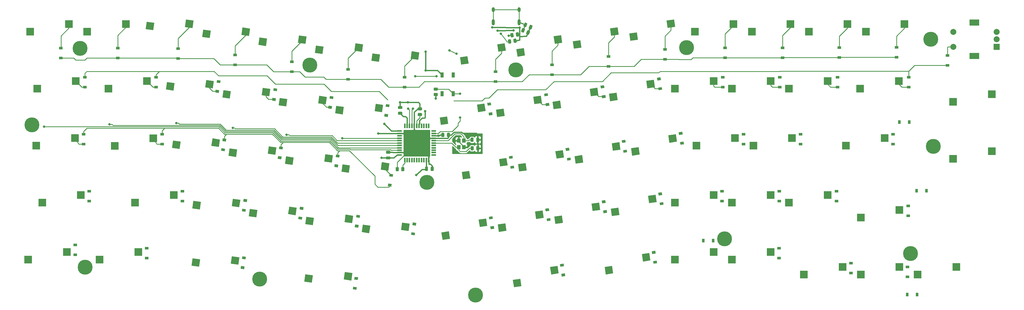
<source format=gbl>
%TF.GenerationSoftware,KiCad,Pcbnew,(5.1.9)-1*%
%TF.CreationDate,2021-06-28T23:02:46+01:00*%
%TF.ProjectId,Paul PCB KICAD,5061756c-2050-4434-9220-4b494341442e,rev?*%
%TF.SameCoordinates,Original*%
%TF.FileFunction,Copper,L2,Bot*%
%TF.FilePolarity,Positive*%
%FSLAX46Y46*%
G04 Gerber Fmt 4.6, Leading zero omitted, Abs format (unit mm)*
G04 Created by KiCad (PCBNEW (5.1.9)-1) date 2021-06-28 23:02:46*
%MOMM*%
%LPD*%
G01*
G04 APERTURE LIST*
%TA.AperFunction,SMDPad,CuDef*%
%ADD10C,0.100000*%
%TD*%
%TA.AperFunction,SMDPad,CuDef*%
%ADD11R,2.550000X2.500000*%
%TD*%
%TA.AperFunction,ComponentPad*%
%ADD12C,5.000000*%
%TD*%
%TA.AperFunction,ComponentPad*%
%ADD13C,2.000000*%
%TD*%
%TA.AperFunction,ComponentPad*%
%ADD14R,3.200000X2.000000*%
%TD*%
%TA.AperFunction,ComponentPad*%
%ADD15R,2.000000X2.000000*%
%TD*%
%TA.AperFunction,ComponentPad*%
%ADD16O,1.000000X1.600000*%
%TD*%
%TA.AperFunction,ComponentPad*%
%ADD17O,1.000000X2.100000*%
%TD*%
%TA.AperFunction,SMDPad,CuDef*%
%ADD18R,1.200000X1.400000*%
%TD*%
%TA.AperFunction,SMDPad,CuDef*%
%ADD19R,1.100000X1.800000*%
%TD*%
%TA.AperFunction,SMDPad,CuDef*%
%ADD20R,0.900000X1.200000*%
%TD*%
%TA.AperFunction,SMDPad,CuDef*%
%ADD21R,1.200000X0.900000*%
%TD*%
%TA.AperFunction,SMDPad,CuDef*%
%ADD22R,0.550000X1.500000*%
%TD*%
%TA.AperFunction,SMDPad,CuDef*%
%ADD23R,1.500000X0.550000*%
%TD*%
%TA.AperFunction,ViaPad*%
%ADD24C,0.800000*%
%TD*%
%TA.AperFunction,Conductor*%
%ADD25C,0.400000*%
%TD*%
%TA.AperFunction,Conductor*%
%ADD26C,0.250000*%
%TD*%
%TA.AperFunction,Conductor*%
%ADD27C,0.350000*%
%TD*%
%TA.AperFunction,Conductor*%
%ADD28C,0.254000*%
%TD*%
%TA.AperFunction,Conductor*%
%ADD29C,0.100000*%
%TD*%
G04 APERTURE END LIST*
%TA.AperFunction,SMDPad,CuDef*%
D10*
%TO.P,MX3,2*%
%TO.N,Net-(D3-Pad2)*%
G36*
X71165587Y84677124D02*
G01*
X71513520Y87152794D01*
X74038703Y86797902D01*
X73690770Y84322232D01*
X71165587Y84677124D01*
G37*
%TD.AperFunction*%
%TA.AperFunction,SMDPad,CuDef*%
%TO.P,MX3,1*%
%TO.N,COL3*%
G36*
X58010892Y83960933D02*
G01*
X58358825Y86436603D01*
X60884008Y86081711D01*
X60536075Y83606041D01*
X58010892Y83960933D01*
G37*
%TD.AperFunction*%
%TD*%
%TA.AperFunction,SMDPad,CuDef*%
%TO.P,MX304,1*%
%TO.N,COL4*%
G36*
X92479925Y21393985D02*
G01*
X92827858Y23869655D01*
X95353041Y23514763D01*
X95005108Y21039093D01*
X92479925Y21393985D01*
G37*
%TD.AperFunction*%
%TA.AperFunction,SMDPad,CuDef*%
%TO.P,MX304,2*%
%TO.N,Net-(D304-Pad2)*%
G36*
X105634620Y22110176D02*
G01*
X105982553Y24585846D01*
X108507736Y24230954D01*
X108159803Y21755284D01*
X105634620Y22110176D01*
G37*
%TD.AperFunction*%
%TD*%
D11*
%TO.P,MX14,1*%
%TO.N,COL14*%
X279838750Y85757500D03*
%TO.P,MX14,2*%
%TO.N,Net-(D14-Pad2)*%
X292765750Y88297500D03*
%TD*%
%TA.AperFunction,SMDPad,CuDef*%
D10*
%TO.P,MX6,1*%
%TO.N,COL6*%
G36*
X114590892Y76010933D02*
G01*
X114938825Y78486603D01*
X117464008Y78131711D01*
X117116075Y75656041D01*
X114590892Y76010933D01*
G37*
%TD.AperFunction*%
%TA.AperFunction,SMDPad,CuDef*%
%TO.P,MX6,2*%
%TO.N,Net-(D6-Pad2)*%
G36*
X127745587Y76727124D02*
G01*
X128093520Y79202794D01*
X130618703Y78847902D01*
X130270770Y76372232D01*
X127745587Y76727124D01*
G37*
%TD.AperFunction*%
%TD*%
D11*
%TO.P,MX414,1*%
%TO.N,COL14*%
X297165000Y4600000D03*
%TO.P,MX414,2*%
%TO.N,Net-(D414-Pad2)*%
X310092000Y7140000D03*
%TD*%
%TO.P,MX412,1*%
%TO.N,COL12*%
X278135000Y4590000D03*
%TO.P,MX412,2*%
%TO.N,Net-(D412-Pad2)*%
X291062000Y7130000D03*
%TD*%
%TO.P,MX411,1*%
%TO.N,COL11*%
X259105000Y4600000D03*
%TO.P,MX411,2*%
%TO.N,Net-(D411-Pad2)*%
X272032000Y7140000D03*
%TD*%
%TO.P,MX410,1*%
%TO.N,COL10*%
X235095000Y9550000D03*
%TO.P,MX410,2*%
%TO.N,Net-(D410-Pad2)*%
X248022000Y12090000D03*
%TD*%
%TO.P,MX409,1*%
%TO.N,COL9*%
X216025000Y9550000D03*
%TO.P,MX409,2*%
%TO.N,Net-(D409-Pad2)*%
X228952000Y12090000D03*
%TD*%
%TA.AperFunction,SMDPad,CuDef*%
D10*
%TO.P,MX408,1*%
%TO.N,COL8*%
G36*
X192877102Y4592086D02*
G01*
X192529169Y7067756D01*
X195054352Y7422648D01*
X195402285Y4946978D01*
X192877102Y4592086D01*
G37*
%TD.AperFunction*%
%TA.AperFunction,SMDPad,CuDef*%
%TO.P,MX408,2*%
%TO.N,Net-(D408-Pad2)*%
G36*
X205324798Y8906458D02*
G01*
X204976865Y11382128D01*
X207502048Y11737020D01*
X207849981Y9261350D01*
X205324798Y8906458D01*
G37*
%TD.AperFunction*%
%TD*%
%TA.AperFunction,SMDPad,CuDef*%
%TO.P,MX405,1*%
%TO.N,COL5*%
G36*
X138348186Y16165762D02*
G01*
X138000253Y18641432D01*
X140525436Y18996324D01*
X140873369Y16520654D01*
X138348186Y16165762D01*
G37*
%TD.AperFunction*%
%TA.AperFunction,SMDPad,CuDef*%
%TO.P,MX405,2*%
%TO.N,Net-(D405-Pad2)*%
G36*
X150795882Y20480134D02*
G01*
X150447949Y22955804D01*
X152973132Y23310696D01*
X153321065Y20835026D01*
X150795882Y20480134D01*
G37*
%TD.AperFunction*%
%TD*%
D11*
%TO.P,MX314,1*%
%TO.N,COL14*%
X308995000Y43280000D03*
%TO.P,MX314,2*%
%TO.N,Net-(D314-Pad2)*%
X321922000Y45820000D03*
%TD*%
%TO.P,MX312,1*%
%TO.N,COL12*%
X278135000Y23640000D03*
%TO.P,MX312,2*%
%TO.N,Net-(D312-Pad2)*%
X291062000Y26180000D03*
%TD*%
%TO.P,MX311,1*%
%TO.N,COL11*%
X254135000Y28587500D03*
%TO.P,MX311,2*%
%TO.N,Net-(D311-Pad2)*%
X267062000Y31127500D03*
%TD*%
%TO.P,MX310,1*%
%TO.N,COL10*%
X235085000Y28587500D03*
%TO.P,MX310,2*%
%TO.N,Net-(D310-Pad2)*%
X248012000Y31127500D03*
%TD*%
%TO.P,MX309,1*%
%TO.N,COL9*%
X216035000Y28587500D03*
%TO.P,MX309,2*%
%TO.N,Net-(D309-Pad2)*%
X228962000Y31127500D03*
%TD*%
%TA.AperFunction,SMDPad,CuDef*%
D10*
%TO.P,MX308,1*%
%TO.N,COL8*%
G36*
X194942006Y24119505D02*
G01*
X194594073Y26595175D01*
X197119256Y26950067D01*
X197467189Y24474397D01*
X194942006Y24119505D01*
G37*
%TD.AperFunction*%
%TA.AperFunction,SMDPad,CuDef*%
%TO.P,MX308,2*%
%TO.N,Net-(D308-Pad2)*%
G36*
X207389702Y28433877D02*
G01*
X207041769Y30909547D01*
X209566952Y31264439D01*
X209914885Y28788769D01*
X207389702Y28433877D01*
G37*
%TD.AperFunction*%
%TD*%
%TA.AperFunction,SMDPad,CuDef*%
%TO.P,MX307,1*%
%TO.N,COL7*%
G36*
X176077399Y21468257D02*
G01*
X175729466Y23943927D01*
X178254649Y24298819D01*
X178602582Y21823149D01*
X176077399Y21468257D01*
G37*
%TD.AperFunction*%
%TA.AperFunction,SMDPad,CuDef*%
%TO.P,MX307,2*%
%TO.N,Net-(D307-Pad2)*%
G36*
X188525095Y25782629D02*
G01*
X188177162Y28258299D01*
X190702345Y28613191D01*
X191050278Y26137521D01*
X188525095Y25782629D01*
G37*
%TD.AperFunction*%
%TD*%
%TA.AperFunction,SMDPad,CuDef*%
%TO.P,MX306,1*%
%TO.N,COL6*%
G36*
X157212793Y18817010D02*
G01*
X156864860Y21292680D01*
X159390043Y21647572D01*
X159737976Y19171902D01*
X157212793Y18817010D01*
G37*
%TD.AperFunction*%
%TA.AperFunction,SMDPad,CuDef*%
%TO.P,MX306,2*%
%TO.N,Net-(D306-Pad2)*%
G36*
X169660489Y23131382D02*
G01*
X169312556Y25607052D01*
X171837739Y25961944D01*
X172185672Y23486274D01*
X169660489Y23131382D01*
G37*
%TD.AperFunction*%
%TD*%
%TA.AperFunction,SMDPad,CuDef*%
%TO.P,MX305,1*%
%TO.N,COL5*%
G36*
X111344532Y18742737D02*
G01*
X111692465Y21218407D01*
X114217648Y20863515D01*
X113869715Y18387845D01*
X111344532Y18742737D01*
G37*
%TD.AperFunction*%
%TA.AperFunction,SMDPad,CuDef*%
%TO.P,MX305,2*%
%TO.N,Net-(D305-Pad2)*%
G36*
X124499227Y19458928D02*
G01*
X124847160Y21934598D01*
X127372343Y21579706D01*
X127024410Y19104036D01*
X124499227Y19458928D01*
G37*
%TD.AperFunction*%
%TD*%
%TA.AperFunction,SMDPad,CuDef*%
%TO.P,MX303,1*%
%TO.N,COL3*%
G36*
X73615319Y24045232D02*
G01*
X73963252Y26520902D01*
X76488435Y26166010D01*
X76140502Y23690340D01*
X73615319Y24045232D01*
G37*
%TD.AperFunction*%
%TA.AperFunction,SMDPad,CuDef*%
%TO.P,MX303,2*%
%TO.N,Net-(D303-Pad2)*%
G36*
X86770014Y24761423D02*
G01*
X87117947Y27237093D01*
X89643130Y26882201D01*
X89295197Y24406531D01*
X86770014Y24761423D01*
G37*
%TD.AperFunction*%
%TD*%
%TA.AperFunction,SMDPad,CuDef*%
%TO.P,MX302,1*%
%TO.N,COL2*%
G36*
X54750712Y26696480D02*
G01*
X55098645Y29172150D01*
X57623828Y28817258D01*
X57275895Y26341588D01*
X54750712Y26696480D01*
G37*
%TD.AperFunction*%
%TA.AperFunction,SMDPad,CuDef*%
%TO.P,MX302,2*%
%TO.N,Net-(D302-Pad2)*%
G36*
X67905407Y27412671D02*
G01*
X68253340Y29888341D01*
X70778523Y29533449D01*
X70430590Y27057779D01*
X67905407Y27412671D01*
G37*
%TD.AperFunction*%
%TD*%
D11*
%TO.P,MX301,1*%
%TO.N,COL1*%
X35635000Y28580000D03*
%TO.P,MX301,2*%
%TO.N,Net-(D301-Pad2)*%
X48562000Y31120000D03*
%TD*%
%TO.P,MX214,1*%
%TO.N,COL14*%
X308995000Y62300000D03*
%TO.P,MX214,2*%
%TO.N,Net-(D214-Pad2)*%
X321922000Y64840000D03*
%TD*%
%TO.P,MX211,1*%
%TO.N,COL11*%
X242228750Y47637500D03*
%TO.P,MX211,2*%
%TO.N,Net-(D211-Pad2)*%
X255155750Y50177500D03*
%TD*%
%TO.P,MX210,1*%
%TO.N,COL10*%
X223178750Y47637500D03*
%TO.P,MX210,2*%
%TO.N,Net-(D210-Pad2)*%
X236105750Y50177500D03*
%TD*%
%TA.AperFunction,SMDPad,CuDef*%
D10*
%TO.P,MX209,1*%
%TO.N,COL9*%
G36*
X201723062Y44309735D02*
G01*
X201375129Y46785405D01*
X203900312Y47140297D01*
X204248245Y44664627D01*
X201723062Y44309735D01*
G37*
%TD.AperFunction*%
%TA.AperFunction,SMDPad,CuDef*%
%TO.P,MX209,2*%
%TO.N,Net-(D209-Pad2)*%
G36*
X214170758Y48624107D02*
G01*
X213822825Y51099777D01*
X216348008Y51454669D01*
X216695941Y48978999D01*
X214170758Y48624107D01*
G37*
%TD.AperFunction*%
%TD*%
%TA.AperFunction,SMDPad,CuDef*%
%TO.P,MX208,1*%
%TO.N,COL8*%
G36*
X182858455Y41658488D02*
G01*
X182510522Y44134158D01*
X185035705Y44489050D01*
X185383638Y42013380D01*
X182858455Y41658488D01*
G37*
%TD.AperFunction*%
%TA.AperFunction,SMDPad,CuDef*%
%TO.P,MX208,2*%
%TO.N,Net-(D208-Pad2)*%
G36*
X195306151Y45972860D02*
G01*
X194958218Y48448530D01*
X197483401Y48803422D01*
X197831334Y46327752D01*
X195306151Y45972860D01*
G37*
%TD.AperFunction*%
%TD*%
%TA.AperFunction,SMDPad,CuDef*%
%TO.P,MX207,1*%
%TO.N,COL7*%
G36*
X163993848Y39007240D02*
G01*
X163645915Y41482910D01*
X166171098Y41837802D01*
X166519031Y39362132D01*
X163993848Y39007240D01*
G37*
%TD.AperFunction*%
%TA.AperFunction,SMDPad,CuDef*%
%TO.P,MX207,2*%
%TO.N,Net-(D207-Pad2)*%
G36*
X176441544Y43321612D02*
G01*
X176093611Y45797282D01*
X178618794Y46152174D01*
X178966727Y43676504D01*
X176441544Y43321612D01*
G37*
%TD.AperFunction*%
%TD*%
%TA.AperFunction,SMDPad,CuDef*%
%TO.P,MX206,1*%
%TO.N,COL6*%
G36*
X145129242Y36355993D02*
G01*
X144781309Y38831663D01*
X147306492Y39186555D01*
X147654425Y36710885D01*
X145129242Y36355993D01*
G37*
%TD.AperFunction*%
%TA.AperFunction,SMDPad,CuDef*%
%TO.P,MX206,2*%
%TO.N,Net-(D206-Pad2)*%
G36*
X157576938Y40670365D02*
G01*
X157229005Y43146035D01*
X159754188Y43500927D01*
X160102121Y41025257D01*
X157576938Y40670365D01*
G37*
%TD.AperFunction*%
%TD*%
%TA.AperFunction,SMDPad,CuDef*%
%TO.P,MX205,1*%
%TO.N,COL5*%
G36*
X104563476Y38932968D02*
G01*
X104911409Y41408638D01*
X107436592Y41053746D01*
X107088659Y38578076D01*
X104563476Y38932968D01*
G37*
%TD.AperFunction*%
%TA.AperFunction,SMDPad,CuDef*%
%TO.P,MX205,2*%
%TO.N,Net-(D205-Pad2)*%
G36*
X117718171Y39649159D02*
G01*
X118066104Y42124829D01*
X120591287Y41769937D01*
X120243354Y39294267D01*
X117718171Y39649159D01*
G37*
%TD.AperFunction*%
%TD*%
%TA.AperFunction,SMDPad,CuDef*%
%TO.P,MX204,1*%
%TO.N,COL4*%
G36*
X85698870Y41584215D02*
G01*
X86046803Y44059885D01*
X88571986Y43704993D01*
X88224053Y41229323D01*
X85698870Y41584215D01*
G37*
%TD.AperFunction*%
%TA.AperFunction,SMDPad,CuDef*%
%TO.P,MX204,2*%
%TO.N,Net-(D204-Pad2)*%
G36*
X98853565Y42300406D02*
G01*
X99201498Y44776076D01*
X101726681Y44421184D01*
X101378748Y41945514D01*
X98853565Y42300406D01*
G37*
%TD.AperFunction*%
%TD*%
%TA.AperFunction,SMDPad,CuDef*%
%TO.P,MX203,1*%
%TO.N,COL3*%
G36*
X66834263Y44235463D02*
G01*
X67182196Y46711133D01*
X69707379Y46356241D01*
X69359446Y43880571D01*
X66834263Y44235463D01*
G37*
%TD.AperFunction*%
%TA.AperFunction,SMDPad,CuDef*%
%TO.P,MX203,2*%
%TO.N,Net-(D203-Pad2)*%
G36*
X79988958Y44951654D02*
G01*
X80336891Y47427324D01*
X82862074Y47072432D01*
X82514141Y44596762D01*
X79988958Y44951654D01*
G37*
%TD.AperFunction*%
%TD*%
%TA.AperFunction,SMDPad,CuDef*%
%TO.P,MX202,1*%
%TO.N,COL2*%
G36*
X47969656Y46886710D02*
G01*
X48317589Y49362380D01*
X50842772Y49007488D01*
X50494839Y46531818D01*
X47969656Y46886710D01*
G37*
%TD.AperFunction*%
%TA.AperFunction,SMDPad,CuDef*%
%TO.P,MX202,2*%
%TO.N,Net-(D202-Pad2)*%
G36*
X61124351Y47602901D02*
G01*
X61472284Y50078571D01*
X63997467Y49723679D01*
X63649534Y47248009D01*
X61124351Y47602901D01*
G37*
%TD.AperFunction*%
%TD*%
D11*
%TO.P,MX201,1*%
%TO.N,COL1*%
X28805000Y47600000D03*
%TO.P,MX201,2*%
%TO.N,Net-(D201-Pad2)*%
X41732000Y50140000D03*
%TD*%
%TO.P,MX112,1*%
%TO.N,COL12*%
X254135000Y66687500D03*
%TO.P,MX112,2*%
%TO.N,Net-(D112-Pad2)*%
X267062000Y69227500D03*
%TD*%
%TO.P,MX111,1*%
%TO.N,COL11*%
X235085000Y66687500D03*
%TO.P,MX111,2*%
%TO.N,Net-(D111-Pad2)*%
X248012000Y69227500D03*
%TD*%
%TO.P,MX110,1*%
%TO.N,COL10*%
X216035000Y66687500D03*
%TO.P,MX110,2*%
%TO.N,Net-(D110-Pad2)*%
X228962000Y69227500D03*
%TD*%
%TA.AperFunction,SMDPad,CuDef*%
D10*
%TO.P,MX109,1*%
%TO.N,COL9*%
G36*
X194355663Y62511530D02*
G01*
X194007730Y64987200D01*
X196532913Y65342092D01*
X196880846Y62866422D01*
X194355663Y62511530D01*
G37*
%TD.AperFunction*%
%TA.AperFunction,SMDPad,CuDef*%
%TO.P,MX109,2*%
%TO.N,Net-(D109-Pad2)*%
G36*
X206803359Y66825902D02*
G01*
X206455426Y69301572D01*
X208980609Y69656464D01*
X209328542Y67180794D01*
X206803359Y66825902D01*
G37*
%TD.AperFunction*%
%TD*%
%TA.AperFunction,SMDPad,CuDef*%
%TO.P,MX108,1*%
%TO.N,COL8*%
G36*
X175491056Y59860283D02*
G01*
X175143123Y62335953D01*
X177668306Y62690845D01*
X178016239Y60215175D01*
X175491056Y59860283D01*
G37*
%TD.AperFunction*%
%TA.AperFunction,SMDPad,CuDef*%
%TO.P,MX108,2*%
%TO.N,Net-(D108-Pad2)*%
G36*
X187938752Y64174655D02*
G01*
X187590819Y66650325D01*
X190116002Y67005217D01*
X190463935Y64529547D01*
X187938752Y64174655D01*
G37*
%TD.AperFunction*%
%TD*%
%TA.AperFunction,SMDPad,CuDef*%
%TO.P,MX107,1*%
%TO.N,COL7*%
G36*
X156626449Y57209035D02*
G01*
X156278516Y59684705D01*
X158803699Y60039597D01*
X159151632Y57563927D01*
X156626449Y57209035D01*
G37*
%TD.AperFunction*%
%TA.AperFunction,SMDPad,CuDef*%
%TO.P,MX107,2*%
%TO.N,Net-(D107-Pad2)*%
G36*
X169074145Y61523407D02*
G01*
X168726212Y63999077D01*
X171251395Y64353969D01*
X171599328Y61878299D01*
X169074145Y61523407D01*
G37*
%TD.AperFunction*%
%TD*%
%TA.AperFunction,SMDPad,CuDef*%
%TO.P,MX106,1*%
%TO.N,COL6*%
G36*
X137761843Y54557787D02*
G01*
X137413910Y57033457D01*
X139939093Y57388349D01*
X140287026Y54912679D01*
X137761843Y54557787D01*
G37*
%TD.AperFunction*%
%TA.AperFunction,SMDPad,CuDef*%
%TO.P,MX106,2*%
%TO.N,Net-(D106-Pad2)*%
G36*
X150209539Y58872159D02*
G01*
X149861606Y61347829D01*
X152386789Y61702721D01*
X152734722Y59227051D01*
X150209539Y58872159D01*
G37*
%TD.AperFunction*%
%TD*%
%TA.AperFunction,SMDPad,CuDef*%
%TO.P,MX105,1*%
%TO.N,COL5*%
G36*
X102498572Y58460386D02*
G01*
X102846505Y60936056D01*
X105371688Y60581164D01*
X105023755Y58105494D01*
X102498572Y58460386D01*
G37*
%TD.AperFunction*%
%TA.AperFunction,SMDPad,CuDef*%
%TO.P,MX105,2*%
%TO.N,Net-(D105-Pad2)*%
G36*
X115653267Y59176577D02*
G01*
X116001200Y61652247D01*
X118526383Y61297355D01*
X118178450Y58821685D01*
X115653267Y59176577D01*
G37*
%TD.AperFunction*%
%TD*%
%TA.AperFunction,SMDPad,CuDef*%
%TO.P,MX104,1*%
%TO.N,COL4*%
G36*
X83633965Y61111634D02*
G01*
X83981898Y63587304D01*
X86507081Y63232412D01*
X86159148Y60756742D01*
X83633965Y61111634D01*
G37*
%TD.AperFunction*%
%TA.AperFunction,SMDPad,CuDef*%
%TO.P,MX104,2*%
%TO.N,Net-(D104-Pad2)*%
G36*
X96788660Y61827825D02*
G01*
X97136593Y64303495D01*
X99661776Y63948603D01*
X99313843Y61472933D01*
X96788660Y61827825D01*
G37*
%TD.AperFunction*%
%TD*%
%TA.AperFunction,SMDPad,CuDef*%
%TO.P,MX103,1*%
%TO.N,COL3*%
G36*
X64769359Y63762881D02*
G01*
X65117292Y66238551D01*
X67642475Y65883659D01*
X67294542Y63407989D01*
X64769359Y63762881D01*
G37*
%TD.AperFunction*%
%TA.AperFunction,SMDPad,CuDef*%
%TO.P,MX103,2*%
%TO.N,Net-(D103-Pad2)*%
G36*
X77924054Y64479072D02*
G01*
X78271987Y66954742D01*
X80797170Y66599850D01*
X80449237Y64124180D01*
X77924054Y64479072D01*
G37*
%TD.AperFunction*%
%TD*%
%TA.AperFunction,SMDPad,CuDef*%
%TO.P,MX102,1*%
%TO.N,COL2*%
G36*
X45904752Y66414129D02*
G01*
X46252685Y68889799D01*
X48777868Y68534907D01*
X48429935Y66059237D01*
X45904752Y66414129D01*
G37*
%TD.AperFunction*%
%TA.AperFunction,SMDPad,CuDef*%
%TO.P,MX102,2*%
%TO.N,Net-(D102-Pad2)*%
G36*
X59059447Y67130320D02*
G01*
X59407380Y69605990D01*
X61932563Y69251098D01*
X61584630Y66775428D01*
X59059447Y67130320D01*
G37*
%TD.AperFunction*%
%TD*%
D11*
%TO.P,MX101,1*%
%TO.N,COL1*%
X26685000Y66680000D03*
%TO.P,MX101,2*%
%TO.N,Net-(D101-Pad2)*%
X39612000Y69220000D03*
%TD*%
%TO.P,MX13,1*%
%TO.N,COL13*%
X260788750Y85757500D03*
%TO.P,MX13,2*%
%TO.N,Net-(D13-Pad2)*%
X273715750Y88297500D03*
%TD*%
%TO.P,MX12,1*%
%TO.N,COL12*%
X241738750Y85757500D03*
%TO.P,MX12,2*%
%TO.N,Net-(D12-Pad2)*%
X254665750Y88297500D03*
%TD*%
%TO.P,MX11,1*%
%TO.N,COL11*%
X222688750Y85757500D03*
%TO.P,MX11,2*%
%TO.N,Net-(D11-Pad2)*%
X235615750Y88297500D03*
%TD*%
%TA.AperFunction,SMDPad,CuDef*%
D10*
%TO.P,MX10,1*%
%TO.N,COL10*%
G36*
X201136718Y82701761D02*
G01*
X200788785Y85177431D01*
X203313968Y85532323D01*
X203661901Y83056653D01*
X201136718Y82701761D01*
G37*
%TD.AperFunction*%
%TA.AperFunction,SMDPad,CuDef*%
%TO.P,MX10,2*%
%TO.N,Net-(D10-Pad2)*%
G36*
X213584414Y87016133D02*
G01*
X213236481Y89491803D01*
X215761664Y89846695D01*
X216109597Y87371025D01*
X213584414Y87016133D01*
G37*
%TD.AperFunction*%
%TD*%
%TA.AperFunction,SMDPad,CuDef*%
%TO.P,MX9,1*%
%TO.N,COL9*%
G36*
X182272112Y80050513D02*
G01*
X181924179Y82526183D01*
X184449362Y82881075D01*
X184797295Y80405405D01*
X182272112Y80050513D01*
G37*
%TD.AperFunction*%
%TA.AperFunction,SMDPad,CuDef*%
%TO.P,MX9,2*%
%TO.N,Net-(D9-Pad2)*%
G36*
X194719808Y84364885D02*
G01*
X194371875Y86840555D01*
X196897058Y87195447D01*
X197244991Y84719777D01*
X194719808Y84364885D01*
G37*
%TD.AperFunction*%
%TD*%
%TA.AperFunction,SMDPad,CuDef*%
%TO.P,MX8,1*%
%TO.N,COL8*%
G36*
X163407505Y77399265D02*
G01*
X163059572Y79874935D01*
X165584755Y80229827D01*
X165932688Y77754157D01*
X163407505Y77399265D01*
G37*
%TD.AperFunction*%
%TA.AperFunction,SMDPad,CuDef*%
%TO.P,MX8,2*%
%TO.N,Net-(D8-Pad2)*%
G36*
X175855201Y81713637D02*
G01*
X175507268Y84189307D01*
X178032451Y84544199D01*
X178380384Y82068529D01*
X175855201Y81713637D01*
G37*
%TD.AperFunction*%
%TD*%
%TA.AperFunction,SMDPad,CuDef*%
%TO.P,MX7,1*%
%TO.N,COL7*%
G36*
X144542898Y74748018D02*
G01*
X144194965Y77223688D01*
X146720148Y77578580D01*
X147068081Y75102910D01*
X144542898Y74748018D01*
G37*
%TD.AperFunction*%
%TA.AperFunction,SMDPad,CuDef*%
%TO.P,MX7,2*%
%TO.N,Net-(D7-Pad2)*%
G36*
X156990594Y79062390D02*
G01*
X156642661Y81538060D01*
X159167844Y81892952D01*
X159515777Y79417282D01*
X156990594Y79062390D01*
G37*
%TD.AperFunction*%
%TD*%
%TA.AperFunction,SMDPad,CuDef*%
%TO.P,MX5,1*%
%TO.N,COL5*%
G36*
X95740892Y78650933D02*
G01*
X96088825Y81126603D01*
X98614008Y80771711D01*
X98266075Y78296041D01*
X95740892Y78650933D01*
G37*
%TD.AperFunction*%
%TA.AperFunction,SMDPad,CuDef*%
%TO.P,MX5,2*%
%TO.N,Net-(D5-Pad2)*%
G36*
X108895587Y79367124D02*
G01*
X109243520Y81842794D01*
X111768703Y81487902D01*
X111420770Y79012232D01*
X108895587Y79367124D01*
G37*
%TD.AperFunction*%
%TD*%
%TA.AperFunction,SMDPad,CuDef*%
%TO.P,MX4,1*%
%TO.N,COL4*%
G36*
X76860892Y81310933D02*
G01*
X77208825Y83786603D01*
X79734008Y83431711D01*
X79386075Y80956041D01*
X76860892Y81310933D01*
G37*
%TD.AperFunction*%
%TA.AperFunction,SMDPad,CuDef*%
%TO.P,MX4,2*%
%TO.N,Net-(D4-Pad2)*%
G36*
X90015587Y82027124D02*
G01*
X90363520Y84502794D01*
X92888703Y84147902D01*
X92540770Y81672232D01*
X90015587Y82027124D01*
G37*
%TD.AperFunction*%
%TD*%
%TA.AperFunction,SMDPad,CuDef*%
%TO.P,MX2,1*%
%TO.N,COL2*%
G36*
X39140892Y86600933D02*
G01*
X39488825Y89076603D01*
X42014008Y88721711D01*
X41666075Y86246041D01*
X39140892Y86600933D01*
G37*
%TD.AperFunction*%
%TA.AperFunction,SMDPad,CuDef*%
%TO.P,MX2,2*%
%TO.N,Net-(D2-Pad2)*%
G36*
X52295587Y87317124D02*
G01*
X52643520Y89792794D01*
X55168703Y89437902D01*
X54820770Y86962232D01*
X52295587Y87317124D01*
G37*
%TD.AperFunction*%
%TD*%
D11*
%TO.P,MX1,1*%
%TO.N,COL1*%
X19625000Y85750000D03*
%TO.P,MX1,2*%
%TO.N,Net-(D1-Pad2)*%
X32552000Y88290000D03*
%TD*%
%TO.P,MX0,1*%
%TO.N,COL0*%
X585000Y85720000D03*
%TO.P,MX0,2*%
%TO.N,Net-(D0-Pad2)*%
X13512000Y88260000D03*
%TD*%
%TO.P,MX113,1*%
%TO.N,COL13*%
X277947500Y66687500D03*
%TO.P,MX113,2*%
%TO.N,Net-(D113-Pad2)*%
X290874500Y69227500D03*
%TD*%
%TO.P,MX100,1*%
%TO.N,COL0*%
X2875000Y66680000D03*
%TO.P,MX100,2*%
%TO.N,Net-(D100-Pad2)*%
X15802000Y69220000D03*
%TD*%
%TO.P,MX300,1*%
%TO.N,COL0*%
X4585000Y28570000D03*
%TO.P,MX300,2*%
%TO.N,Net-(D300-Pad2)*%
X17512000Y31110000D03*
%TD*%
%TO.P,MX212,1*%
%TO.N,COL12*%
X273185000Y47637500D03*
%TO.P,MX212,2*%
%TO.N,Net-(D212-Pad2)*%
X286112000Y50177500D03*
%TD*%
%TO.P,MX200,1*%
%TO.N,COL0*%
X2575000Y47620000D03*
%TO.P,MX200,2*%
%TO.N,Net-(D200-Pad2)*%
X15502000Y50160000D03*
%TD*%
%TA.AperFunction,SMDPad,CuDef*%
D10*
%TO.P,MX402,1*%
%TO.N,COL2*%
G36*
X54457540Y7500467D02*
G01*
X54805473Y9976137D01*
X57330656Y9621245D01*
X56982723Y7145575D01*
X54457540Y7500467D01*
G37*
%TD.AperFunction*%
%TA.AperFunction,SMDPad,CuDef*%
%TO.P,MX402,2*%
%TO.N,Net-(D402-Pad2)*%
G36*
X67612235Y8216658D02*
G01*
X67960168Y10692328D01*
X70485351Y10337436D01*
X70137418Y7861766D01*
X67612235Y8216658D01*
G37*
%TD.AperFunction*%
%TD*%
D11*
%TO.P,MX401,1*%
%TO.N,COL1*%
X23735000Y9540000D03*
%TO.P,MX401,2*%
%TO.N,Net-(D401-Pad2)*%
X36662000Y12080000D03*
%TD*%
%TO.P,MX400,1*%
%TO.N,COL0*%
X-105000Y9520000D03*
%TO.P,MX400,2*%
%TO.N,Net-(D400-Pad2)*%
X12822000Y12060000D03*
%TD*%
%TA.AperFunction,SMDPad,CuDef*%
D10*
%TO.P,MX406,1*%
%TO.N,COL6*%
G36*
X162222116Y283809D02*
G01*
X161874183Y2759479D01*
X164399366Y3114371D01*
X164747299Y638701D01*
X162222116Y283809D01*
G37*
%TD.AperFunction*%
%TA.AperFunction,SMDPad,CuDef*%
%TO.P,MX406,2*%
%TO.N,Net-(D406-Pad2)*%
G36*
X174669812Y4598181D02*
G01*
X174321879Y7073851D01*
X176847062Y7428743D01*
X177194995Y4953073D01*
X174669812Y4598181D01*
G37*
%TD.AperFunction*%
%TD*%
%TA.AperFunction,SMDPad,CuDef*%
%TO.P,MX404,1*%
%TO.N,COL4*%
G36*
X92186754Y2197972D02*
G01*
X92534687Y4673642D01*
X95059870Y4318750D01*
X94711937Y1843080D01*
X92186754Y2197972D01*
G37*
%TD.AperFunction*%
%TA.AperFunction,SMDPad,CuDef*%
%TO.P,MX404,2*%
%TO.N,Net-(D404-Pad2)*%
G36*
X105341449Y2914163D02*
G01*
X105689382Y5389833D01*
X108214565Y5034941D01*
X107866632Y2559271D01*
X105341449Y2914163D01*
G37*
%TD.AperFunction*%
%TD*%
D12*
%TO.P,2.5,1*%
%TO.N,N/C*%
X133136887Y35392650D03*
%TD*%
%TO.P,2.5,1*%
%TO.N,N/C*%
X77258161Y3003314D03*
%TD*%
%TO.P,2.5,1*%
%TO.N,N/C*%
X219885384Y80385180D03*
%TD*%
%TO.P,2.5,1*%
%TO.N,N/C*%
X18906250Y7000000D03*
%TD*%
%TO.P,2.5,1*%
%TO.N,N/C*%
X162859822Y72980677D03*
%TD*%
%TO.P,2.5,1*%
%TO.N,N/C*%
X294750250Y11573500D03*
%TD*%
%TO.P,2.5,1*%
%TO.N,N/C*%
X93981649Y74572360D03*
%TD*%
%TO.P,2.5,1*%
%TO.N,N/C*%
X149396946Y-2325869D03*
%TD*%
%TO.P,2.5,1*%
%TO.N,N/C*%
X302349875Y47386750D03*
%TD*%
%TO.P,2.5,1*%
%TO.N,N/C*%
X17192000Y80200000D03*
%TD*%
%TO.P,2.5,1*%
%TO.N,N/C*%
X232647250Y16524999D03*
%TD*%
%TO.P,2.5,1*%
%TO.N,N/C*%
X301512250Y83200000D03*
%TD*%
%TO.P,2.5,1*%
%TO.N,N/C*%
X1152800Y54625000D03*
%TD*%
D13*
%TO.P,RotaryEncoder1,S1*%
%TO.N,COL14*%
X309080000Y85700000D03*
%TO.P,RotaryEncoder1,S2*%
%TO.N,Rot.Enc.2*%
X309080000Y80700000D03*
D14*
%TO.P,RotaryEncoder1,MP*%
%TO.N,N/C*%
X316080000Y88800000D03*
X316080000Y77600000D03*
D13*
%TO.P,RotaryEncoder1,B*%
%TO.N,Rot.Enc.A*%
X323580000Y85700000D03*
%TO.P,RotaryEncoder1,C*%
%TO.N,Rot.Enc.C*%
X323580000Y83200000D03*
D15*
%TO.P,RotaryEncoder1,A*%
%TO.N,Rot.Enc.B*%
X323580000Y80700000D03*
%TD*%
%TO.P,R3,2*%
%TO.N,Net-(R3-Pad2)*%
%TA.AperFunction,SMDPad,CuDef*%
G36*
G01*
X161219884Y82991948D02*
X161345140Y82100704D01*
G75*
G02*
X161132367Y81818345I-247566J-34793D01*
G01*
X160612475Y81745279D01*
G75*
G02*
X160330116Y81958052I-34793J247566D01*
G01*
X160204860Y82849296D01*
G75*
G02*
X160417633Y83131655I247566J34793D01*
G01*
X160937525Y83204721D01*
G75*
G02*
X161219884Y82991948I34793J-247566D01*
G01*
G37*
%TD.AperFunction*%
%TO.P,R3,1*%
%TO.N,GND*%
%TA.AperFunction,SMDPad,CuDef*%
G36*
G01*
X163027124Y83245938D02*
X163152380Y82354694D01*
G75*
G02*
X162939607Y82072335I-247566J-34793D01*
G01*
X162419715Y81999269D01*
G75*
G02*
X162137356Y82212042I-34793J247566D01*
G01*
X162012100Y83103286D01*
G75*
G02*
X162224873Y83385645I247566J34793D01*
G01*
X162744765Y83458711D01*
G75*
G02*
X163027124Y83245938I34793J-247566D01*
G01*
G37*
%TD.AperFunction*%
%TD*%
%TO.P,R2,1*%
%TO.N,GND*%
%TA.AperFunction,SMDPad,CuDef*%
G36*
G01*
X163852124Y85345938D02*
X163977380Y84454694D01*
G75*
G02*
X163764607Y84172335I-247566J-34793D01*
G01*
X163244715Y84099269D01*
G75*
G02*
X162962356Y84312042I-34793J247566D01*
G01*
X162837100Y85203286D01*
G75*
G02*
X163049873Y85485645I247566J34793D01*
G01*
X163569765Y85558711D01*
G75*
G02*
X163852124Y85345938I34793J-247566D01*
G01*
G37*
%TD.AperFunction*%
%TO.P,R2,2*%
%TO.N,Net-(R2-Pad2)*%
%TA.AperFunction,SMDPad,CuDef*%
G36*
G01*
X162044884Y85091948D02*
X162170140Y84200704D01*
G75*
G02*
X161957367Y83918345I-247566J-34793D01*
G01*
X161437475Y83845279D01*
G75*
G02*
X161155116Y84058052I-34793J247566D01*
G01*
X161029860Y84949296D01*
G75*
G02*
X161242633Y85231655I247566J34793D01*
G01*
X161762525Y85304721D01*
G75*
G02*
X162044884Y85091948I34793J-247566D01*
G01*
G37*
%TD.AperFunction*%
%TD*%
%TO.P,R1,2*%
%TO.N,Net-(C1-Pad2)*%
%TA.AperFunction,SMDPad,CuDef*%
G36*
G01*
X165924431Y86408319D02*
X165565556Y85582963D01*
G75*
G02*
X165236605Y85453386I-229264J99687D01*
G01*
X164755146Y85662730D01*
G75*
G02*
X164625569Y85991681I99687J229264D01*
G01*
X164984444Y86817037D01*
G75*
G02*
X165313395Y86946614I229264J-99687D01*
G01*
X165794854Y86737270D01*
G75*
G02*
X165924431Y86408319I-99687J-229264D01*
G01*
G37*
%TD.AperFunction*%
%TO.P,R1,1*%
%TO.N,GND*%
%TA.AperFunction,SMDPad,CuDef*%
G36*
G01*
X167598065Y85680601D02*
X167239190Y84855245D01*
G75*
G02*
X166910239Y84725668I-229264J99687D01*
G01*
X166428780Y84935012D01*
G75*
G02*
X166299203Y85263963I99687J229264D01*
G01*
X166658078Y86089319D01*
G75*
G02*
X166987029Y86218896I229264J-99687D01*
G01*
X167468488Y86009552D01*
G75*
G02*
X167598065Y85680601I-99687J-229264D01*
G01*
G37*
%TD.AperFunction*%
%TD*%
%TO.P,C1,2*%
%TO.N,Net-(C1-Pad2)*%
%TA.AperFunction,SMDPad,CuDef*%
G36*
G01*
X166697936Y88261229D02*
X166319124Y87390022D01*
G75*
G02*
X165990172Y87260444I-229265J99687D01*
G01*
X165531642Y87459819D01*
G75*
G02*
X165402064Y87788771I99687J229265D01*
G01*
X165780876Y88659978D01*
G75*
G02*
X166109828Y88789556I229265J-99687D01*
G01*
X166568358Y88590181D01*
G75*
G02*
X166697936Y88261229I-99687J-229265D01*
G01*
G37*
%TD.AperFunction*%
%TO.P,C1,1*%
%TO.N,GND*%
%TA.AperFunction,SMDPad,CuDef*%
G36*
G01*
X168440350Y87503605D02*
X168061538Y86632398D01*
G75*
G02*
X167732586Y86502820I-229265J99687D01*
G01*
X167274056Y86702195D01*
G75*
G02*
X167144478Y87031147I99687J229265D01*
G01*
X167523290Y87902354D01*
G75*
G02*
X167852242Y88031932I229265J-99687D01*
G01*
X168310772Y87832557D01*
G75*
G02*
X168440350Y87503605I-99687J-229265D01*
G01*
G37*
%TD.AperFunction*%
%TD*%
D16*
%TO.P,USB1,13*%
%TO.N,Net-(C1-Pad2)*%
X155310000Y93080000D03*
X163950000Y93080000D03*
D17*
X155310000Y88900000D03*
X163950000Y88900000D03*
%TD*%
D18*
%TO.P,Y1,1*%
%TO.N,Net-(C3-Pad1)*%
X143780000Y47120000D03*
%TO.P,Y1,2*%
%TO.N,GND*%
X143780000Y49320000D03*
%TO.P,Y1,3*%
%TO.N,Net-(C4-Pad1)*%
X145480000Y49320000D03*
%TO.P,Y1,4*%
%TO.N,GND*%
X145480000Y47120000D03*
%TD*%
D19*
%TO.P,SW1,1*%
%TO.N,GND*%
X138200000Y71250000D03*
%TO.P,SW1,2*%
%TO.N,/Reset*%
X141900000Y65050000D03*
%TO.P,SW1,3*%
%TO.N,N/C*%
X141900000Y71250000D03*
%TO.P,SW1,4*%
X138200000Y65050000D03*
%TD*%
%TO.P,R7,2*%
%TO.N,Net-(R7-Pad2)*%
%TA.AperFunction,SMDPad,CuDef*%
G36*
G01*
X124550000Y39349999D02*
X124550000Y40250001D01*
G75*
G02*
X124799999Y40500000I249999J0D01*
G01*
X125325001Y40500000D01*
G75*
G02*
X125575000Y40250001I0J-249999D01*
G01*
X125575000Y39349999D01*
G75*
G02*
X125325001Y39100000I-249999J0D01*
G01*
X124799999Y39100000D01*
G75*
G02*
X124550000Y39349999I0J249999D01*
G01*
G37*
%TD.AperFunction*%
%TO.P,R7,1*%
%TO.N,GND*%
%TA.AperFunction,SMDPad,CuDef*%
G36*
G01*
X122725000Y39349999D02*
X122725000Y40250001D01*
G75*
G02*
X122974999Y40500000I249999J0D01*
G01*
X123500001Y40500000D01*
G75*
G02*
X123750000Y40250001I0J-249999D01*
G01*
X123750000Y39349999D01*
G75*
G02*
X123500001Y39100000I-249999J0D01*
G01*
X122974999Y39100000D01*
G75*
G02*
X122725000Y39349999I0J249999D01*
G01*
G37*
%TD.AperFunction*%
%TD*%
%TO.P,R6,2*%
%TO.N,/Reset*%
%TA.AperFunction,SMDPad,CuDef*%
G36*
G01*
X136550001Y66037500D02*
X135649999Y66037500D01*
G75*
G02*
X135400000Y66287499I0J249999D01*
G01*
X135400000Y66812501D01*
G75*
G02*
X135649999Y67062500I249999J0D01*
G01*
X136550001Y67062500D01*
G75*
G02*
X136800000Y66812501I0J-249999D01*
G01*
X136800000Y66287499D01*
G75*
G02*
X136550001Y66037500I-249999J0D01*
G01*
G37*
%TD.AperFunction*%
%TO.P,R6,1*%
%TO.N,+5V*%
%TA.AperFunction,SMDPad,CuDef*%
G36*
G01*
X136550001Y64212500D02*
X135649999Y64212500D01*
G75*
G02*
X135400000Y64462499I0J249999D01*
G01*
X135400000Y64987501D01*
G75*
G02*
X135649999Y65237500I249999J0D01*
G01*
X136550001Y65237500D01*
G75*
G02*
X136800000Y64987501I0J-249999D01*
G01*
X136800000Y64462499D01*
G75*
G02*
X136550001Y64212500I-249999J0D01*
G01*
G37*
%TD.AperFunction*%
%TD*%
D20*
%TO.P,D414,2*%
%TO.N,Net-(D414-Pad2)*%
X297000000Y-2170000D03*
%TO.P,D414,1*%
%TO.N,ROW4*%
X293700000Y-2170000D03*
%TD*%
%TO.P,D314,2*%
%TO.N,Net-(D314-Pad2)*%
X300070000Y32590000D03*
%TO.P,D314,1*%
%TO.N,ROW3*%
X296770000Y32590000D03*
%TD*%
%TO.P,D214,2*%
%TO.N,Net-(D214-Pad2)*%
X294340000Y55540000D03*
%TO.P,D214,1*%
%TO.N,ROW2*%
X291040000Y55540000D03*
%TD*%
D21*
%TO.P,D114,2*%
%TO.N,Rot.Enc.2*%
X307100000Y77800000D03*
%TO.P,D114,1*%
%TO.N,ROW1*%
X307100000Y74500000D03*
%TD*%
%TO.P,D14,2*%
%TO.N,Net-(D14-Pad2)*%
X290100000Y80500000D03*
%TO.P,D14,1*%
%TO.N,ROW0*%
X290100000Y77200000D03*
%TD*%
%TO.P,D113,2*%
%TO.N,Net-(D113-Pad2)*%
X294150000Y67200000D03*
%TO.P,D113,1*%
%TO.N,ROW1*%
X294150000Y70500000D03*
%TD*%
%TO.P,D13,2*%
%TO.N,Net-(D13-Pad2)*%
X271000000Y80400000D03*
%TO.P,D13,1*%
%TO.N,ROW0*%
X271000000Y77100000D03*
%TD*%
%TO.P,D412,2*%
%TO.N,Net-(D412-Pad2)*%
X293720000Y7130000D03*
%TO.P,D412,1*%
%TO.N,ROW4*%
X293720000Y3830000D03*
%TD*%
%TO.P,D312,2*%
%TO.N,Net-(D312-Pad2)*%
X294010000Y24200000D03*
%TO.P,D312,1*%
%TO.N,ROW3*%
X294010000Y27500000D03*
%TD*%
%TO.P,D212,2*%
%TO.N,Net-(D212-Pad2)*%
X288890000Y48140000D03*
%TO.P,D212,1*%
%TO.N,ROW2*%
X288890000Y51440000D03*
%TD*%
%TO.P,D112,2*%
%TO.N,Net-(D112-Pad2)*%
X270400000Y67200000D03*
%TO.P,D112,1*%
%TO.N,ROW1*%
X270400000Y70500000D03*
%TD*%
%TO.P,D12,2*%
%TO.N,Net-(D12-Pad2)*%
X252000000Y80350000D03*
%TO.P,D12,1*%
%TO.N,ROW0*%
X252000000Y77050000D03*
%TD*%
%TO.P,D411,2*%
%TO.N,Net-(D411-Pad2)*%
X274850000Y5090000D03*
%TO.P,D411,1*%
%TO.N,ROW4*%
X274850000Y8390000D03*
%TD*%
%TO.P,D311,2*%
%TO.N,Net-(D311-Pad2)*%
X270080000Y29110000D03*
%TO.P,D311,1*%
%TO.N,ROW3*%
X270080000Y32410000D03*
%TD*%
%TO.P,D211,2*%
%TO.N,Net-(D211-Pad2)*%
X257980000Y48150000D03*
%TO.P,D211,1*%
%TO.N,ROW2*%
X257980000Y51450000D03*
%TD*%
%TO.P,D111,2*%
%TO.N,Net-(D111-Pad2)*%
X251100000Y67200000D03*
%TO.P,D111,1*%
%TO.N,ROW1*%
X251100000Y70500000D03*
%TD*%
%TO.P,D11,2*%
%TO.N,Net-(D11-Pad2)*%
X232800000Y80350000D03*
%TO.P,D11,1*%
%TO.N,ROW0*%
X232800000Y77050000D03*
%TD*%
%TO.P,D410,2*%
%TO.N,Net-(D410-Pad2)*%
X250780000Y10050000D03*
%TO.P,D410,1*%
%TO.N,ROW4*%
X250780000Y13350000D03*
%TD*%
%TO.P,D310,2*%
%TO.N,Net-(D310-Pad2)*%
X250900000Y29100000D03*
%TO.P,D310,1*%
%TO.N,ROW3*%
X250900000Y32400000D03*
%TD*%
%TO.P,D210,2*%
%TO.N,Net-(D210-Pad2)*%
X238950000Y48175000D03*
%TO.P,D210,1*%
%TO.N,ROW2*%
X238950000Y51475000D03*
%TD*%
%TO.P,D110,2*%
%TO.N,Net-(D110-Pad2)*%
X232000000Y67200000D03*
%TO.P,D110,1*%
%TO.N,ROW1*%
X232000000Y70500000D03*
%TD*%
%TO.P,D10,2*%
%TO.N,Net-(D10-Pad2)*%
X212700000Y79850000D03*
%TO.P,D10,1*%
%TO.N,ROW0*%
X212700000Y76550000D03*
%TD*%
D20*
%TO.P,D409,2*%
%TO.N,Net-(D409-Pad2)*%
X228800000Y15880000D03*
%TO.P,D409,1*%
%TO.N,ROW4*%
X225500000Y15880000D03*
%TD*%
D21*
%TO.P,D309,2*%
%TO.N,Net-(D309-Pad2)*%
X231780000Y29080000D03*
%TO.P,D309,1*%
%TO.N,ROW3*%
X231780000Y32380000D03*
%TD*%
%TA.AperFunction,SMDPad,CuDef*%
D10*
%TO.P,D209,2*%
%TO.N,Net-(D209-Pad2)*%
G36*
X217752483Y48844233D02*
G01*
X218940805Y49011240D01*
X219066061Y48119999D01*
X217877739Y47952992D01*
X217752483Y48844233D01*
G37*
%TD.AperFunction*%
%TA.AperFunction,SMDPad,CuDef*%
%TO.P,D209,1*%
%TO.N,ROW2*%
G36*
X217293211Y52112117D02*
G01*
X218481533Y52279124D01*
X218606789Y51387883D01*
X217418467Y51220876D01*
X217293211Y52112117D01*
G37*
%TD.AperFunction*%
%TD*%
%TA.AperFunction,SMDPad,CuDef*%
%TO.P,D109,2*%
%TO.N,Net-(D109-Pad2)*%
G36*
X210472847Y67078175D02*
G01*
X211661169Y67245182D01*
X211786425Y66353941D01*
X210598103Y66186934D01*
X210472847Y67078175D01*
G37*
%TD.AperFunction*%
%TA.AperFunction,SMDPad,CuDef*%
%TO.P,D109,1*%
%TO.N,ROW1*%
G36*
X210013575Y70346059D02*
G01*
X211201897Y70513066D01*
X211327153Y69621825D01*
X210138831Y69454818D01*
X210013575Y70346059D01*
G37*
%TD.AperFunction*%
%TD*%
D21*
%TO.P,D9,2*%
%TO.N,Net-(D9-Pad2)*%
X193850000Y77450000D03*
%TO.P,D9,1*%
%TO.N,ROW0*%
X193850000Y74150000D03*
%TD*%
%TA.AperFunction,SMDPad,CuDef*%
D10*
%TO.P,D408,2*%
%TO.N,Net-(D408-Pad2)*%
G36*
X208763211Y9052117D02*
G01*
X209951533Y9219124D01*
X210076789Y8327883D01*
X208888467Y8160876D01*
X208763211Y9052117D01*
G37*
%TD.AperFunction*%
%TA.AperFunction,SMDPad,CuDef*%
%TO.P,D408,1*%
%TO.N,ROW4*%
G36*
X208303939Y12320001D02*
G01*
X209492261Y12487008D01*
X209617517Y11595767D01*
X208429195Y11428760D01*
X208303939Y12320001D01*
G37*
%TD.AperFunction*%
%TD*%
%TA.AperFunction,SMDPad,CuDef*%
%TO.P,D308,2*%
%TO.N,Net-(D308-Pad2)*%
G36*
X210932483Y28634233D02*
G01*
X212120805Y28801240D01*
X212246061Y27909999D01*
X211057739Y27742992D01*
X210932483Y28634233D01*
G37*
%TD.AperFunction*%
%TA.AperFunction,SMDPad,CuDef*%
%TO.P,D308,1*%
%TO.N,ROW3*%
G36*
X210473211Y31902117D02*
G01*
X211661533Y32069124D01*
X211786789Y31177883D01*
X210598467Y31010876D01*
X210473211Y31902117D01*
G37*
%TD.AperFunction*%
%TD*%
%TA.AperFunction,SMDPad,CuDef*%
%TO.P,D208,2*%
%TO.N,Net-(D208-Pad2)*%
G36*
X198727483Y46169233D02*
G01*
X199915805Y46336240D01*
X200041061Y45444999D01*
X198852739Y45277992D01*
X198727483Y46169233D01*
G37*
%TD.AperFunction*%
%TA.AperFunction,SMDPad,CuDef*%
%TO.P,D208,1*%
%TO.N,ROW2*%
G36*
X198268211Y49437117D02*
G01*
X199456533Y49604124D01*
X199581789Y48712883D01*
X198393467Y48545876D01*
X198268211Y49437117D01*
G37*
%TD.AperFunction*%
%TD*%
%TA.AperFunction,SMDPad,CuDef*%
%TO.P,D108,2*%
%TO.N,Net-(D108-Pad2)*%
G36*
X191593211Y64412117D02*
G01*
X192781533Y64579124D01*
X192906789Y63687883D01*
X191718467Y63520876D01*
X191593211Y64412117D01*
G37*
%TD.AperFunction*%
%TA.AperFunction,SMDPad,CuDef*%
%TO.P,D108,1*%
%TO.N,ROW1*%
G36*
X191133939Y67680001D02*
G01*
X192322261Y67847008D01*
X192447517Y66955767D01*
X191259195Y66788760D01*
X191133939Y67680001D01*
G37*
%TD.AperFunction*%
%TD*%
D21*
%TO.P,D8,2*%
%TO.N,Net-(D8-Pad2)*%
X174950000Y74700000D03*
%TO.P,D8,1*%
%TO.N,ROW0*%
X174950000Y71400000D03*
%TD*%
%TA.AperFunction,SMDPad,CuDef*%
D10*
%TO.P,D307,2*%
%TO.N,Net-(D307-Pad2)*%
G36*
X192032847Y25978175D02*
G01*
X193221169Y26145182D01*
X193346425Y25253941D01*
X192158103Y25086934D01*
X192032847Y25978175D01*
G37*
%TD.AperFunction*%
%TA.AperFunction,SMDPad,CuDef*%
%TO.P,D307,1*%
%TO.N,ROW3*%
G36*
X191573575Y29246059D02*
G01*
X192761897Y29413066D01*
X192887153Y28521825D01*
X191698831Y28354818D01*
X191573575Y29246059D01*
G37*
%TD.AperFunction*%
%TD*%
%TA.AperFunction,SMDPad,CuDef*%
%TO.P,D207,2*%
%TO.N,Net-(D207-Pad2)*%
G36*
X179927483Y43519233D02*
G01*
X181115805Y43686240D01*
X181241061Y42794999D01*
X180052739Y42627992D01*
X179927483Y43519233D01*
G37*
%TD.AperFunction*%
%TA.AperFunction,SMDPad,CuDef*%
%TO.P,D207,1*%
%TO.N,ROW2*%
G36*
X179468211Y46787117D02*
G01*
X180656533Y46954124D01*
X180781789Y46062883D01*
X179593467Y45895876D01*
X179468211Y46787117D01*
G37*
%TD.AperFunction*%
%TD*%
%TA.AperFunction,SMDPad,CuDef*%
%TO.P,D107,2*%
%TO.N,Net-(D107-Pad2)*%
G36*
X172763575Y61762117D02*
G01*
X173951897Y61929124D01*
X174077153Y61037883D01*
X172888831Y60870876D01*
X172763575Y61762117D01*
G37*
%TD.AperFunction*%
%TA.AperFunction,SMDPad,CuDef*%
%TO.P,D107,1*%
%TO.N,ROW1*%
G36*
X172304303Y65030001D02*
G01*
X173492625Y65197008D01*
X173617881Y64305767D01*
X172429559Y64138760D01*
X172304303Y65030001D01*
G37*
%TD.AperFunction*%
%TD*%
D21*
%TO.P,D7,2*%
%TO.N,Net-(D7-Pad2)*%
X156050000Y72350000D03*
%TO.P,D7,1*%
%TO.N,ROW0*%
X156050000Y69050000D03*
%TD*%
%TA.AperFunction,SMDPad,CuDef*%
D10*
%TO.P,D406,2*%
%TO.N,Net-(D406-Pad2)*%
G36*
X178082483Y4794233D02*
G01*
X179270805Y4961240D01*
X179396061Y4069999D01*
X178207739Y3902992D01*
X178082483Y4794233D01*
G37*
%TD.AperFunction*%
%TA.AperFunction,SMDPad,CuDef*%
%TO.P,D406,1*%
%TO.N,ROW4*%
G36*
X177623211Y8062117D02*
G01*
X178811533Y8229124D01*
X178936789Y7337883D01*
X177748467Y7170876D01*
X177623211Y8062117D01*
G37*
%TD.AperFunction*%
%TD*%
%TA.AperFunction,SMDPad,CuDef*%
%TO.P,D306,2*%
%TO.N,Net-(D306-Pad2)*%
G36*
X173162847Y23308175D02*
G01*
X174351169Y23475182D01*
X174476425Y22583941D01*
X173288103Y22416934D01*
X173162847Y23308175D01*
G37*
%TD.AperFunction*%
%TA.AperFunction,SMDPad,CuDef*%
%TO.P,D306,1*%
%TO.N,ROW3*%
G36*
X172703575Y26576059D02*
G01*
X173891897Y26743066D01*
X174017153Y25851825D01*
X172828831Y25684818D01*
X172703575Y26576059D01*
G37*
%TD.AperFunction*%
%TD*%
%TA.AperFunction,SMDPad,CuDef*%
%TO.P,D206,2*%
%TO.N,Net-(D206-Pad2)*%
G36*
X161018211Y40837117D02*
G01*
X162206533Y41004124D01*
X162331789Y40112883D01*
X161143467Y39945876D01*
X161018211Y40837117D01*
G37*
%TD.AperFunction*%
%TA.AperFunction,SMDPad,CuDef*%
%TO.P,D206,1*%
%TO.N,ROW2*%
G36*
X160558939Y44105001D02*
G01*
X161747261Y44272008D01*
X161872517Y43380767D01*
X160684195Y43213760D01*
X160558939Y44105001D01*
G37*
%TD.AperFunction*%
%TD*%
%TA.AperFunction,SMDPad,CuDef*%
%TO.P,D106,2*%
%TO.N,Net-(D106-Pad2)*%
G36*
X153772847Y58653175D02*
G01*
X154961169Y58820182D01*
X155086425Y57928941D01*
X153898103Y57761934D01*
X153772847Y58653175D01*
G37*
%TD.AperFunction*%
%TA.AperFunction,SMDPad,CuDef*%
%TO.P,D106,1*%
%TO.N,ROW1*%
G36*
X153313575Y61921059D02*
G01*
X154501897Y62088066D01*
X154627153Y61196825D01*
X153438831Y61029818D01*
X153313575Y61921059D01*
G37*
%TD.AperFunction*%
%TD*%
D21*
%TO.P,D6,2*%
%TO.N,Net-(D6-Pad2)*%
X125700000Y70550000D03*
%TO.P,D6,1*%
%TO.N,ROW0*%
X125700000Y67250000D03*
%TD*%
%TA.AperFunction,SMDPad,CuDef*%
D10*
%TO.P,D405,2*%
%TO.N,Net-(D405-Pad2)*%
G36*
X155167153Y23161825D02*
G01*
X153978831Y22994818D01*
X153853575Y23886059D01*
X155041897Y24053066D01*
X155167153Y23161825D01*
G37*
%TD.AperFunction*%
%TA.AperFunction,SMDPad,CuDef*%
%TO.P,D405,1*%
%TO.N,ROW4*%
G36*
X155626425Y19893941D02*
G01*
X154438103Y19726934D01*
X154312847Y20618175D01*
X155501169Y20785182D01*
X155626425Y19893941D01*
G37*
%TD.AperFunction*%
%TD*%
%TA.AperFunction,SMDPad,CuDef*%
%TO.P,D305,2*%
%TO.N,Net-(D305-Pad2)*%
G36*
X127969195Y18701240D02*
G01*
X129157517Y18534233D01*
X129032261Y17642992D01*
X127843939Y17809999D01*
X127969195Y18701240D01*
G37*
%TD.AperFunction*%
%TA.AperFunction,SMDPad,CuDef*%
%TO.P,D305,1*%
%TO.N,ROW3*%
G36*
X128428467Y21969124D02*
G01*
X129616789Y21802117D01*
X129491533Y20910876D01*
X128303211Y21077883D01*
X128428467Y21969124D01*
G37*
%TD.AperFunction*%
%TD*%
%TA.AperFunction,SMDPad,CuDef*%
%TO.P,D205,2*%
%TO.N,Net-(D205-Pad2)*%
G36*
X121711169Y37204818D02*
G01*
X120522847Y37371825D01*
X120648103Y38263066D01*
X121836425Y38096059D01*
X121711169Y37204818D01*
G37*
%TD.AperFunction*%
%TA.AperFunction,SMDPad,CuDef*%
%TO.P,D205,1*%
%TO.N,ROW2*%
G36*
X121251897Y33936934D02*
G01*
X120063575Y34103941D01*
X120188831Y34995182D01*
X121377153Y34828175D01*
X121251897Y33936934D01*
G37*
%TD.AperFunction*%
%TD*%
%TA.AperFunction,SMDPad,CuDef*%
%TO.P,D105,2*%
%TO.N,Net-(D105-Pad2)*%
G36*
X119009195Y58311240D02*
G01*
X120197517Y58144233D01*
X120072261Y57252992D01*
X118883939Y57419999D01*
X119009195Y58311240D01*
G37*
%TD.AperFunction*%
%TA.AperFunction,SMDPad,CuDef*%
%TO.P,D105,1*%
%TO.N,ROW1*%
G36*
X119468467Y61579124D02*
G01*
X120656789Y61412117D01*
X120531533Y60520876D01*
X119343211Y60687883D01*
X119468467Y61579124D01*
G37*
%TD.AperFunction*%
%TD*%
D21*
%TO.P,D5,2*%
%TO.N,Net-(D5-Pad2)*%
X106800000Y73150000D03*
%TO.P,D5,1*%
%TO.N,ROW0*%
X106800000Y69850000D03*
%TD*%
%TA.AperFunction,SMDPad,CuDef*%
D10*
%TO.P,D404,2*%
%TO.N,Net-(D404-Pad2)*%
G36*
X108519195Y531240D02*
G01*
X109707517Y364233D01*
X109582261Y-527008D01*
X108393939Y-360001D01*
X108519195Y531240D01*
G37*
%TD.AperFunction*%
%TA.AperFunction,SMDPad,CuDef*%
%TO.P,D404,1*%
%TO.N,ROW4*%
G36*
X108978467Y3799124D02*
G01*
X110166789Y3632117D01*
X110041533Y2740876D01*
X108853211Y2907883D01*
X108978467Y3799124D01*
G37*
%TD.AperFunction*%
%TD*%
%TA.AperFunction,SMDPad,CuDef*%
%TO.P,D304,2*%
%TO.N,Net-(D304-Pad2)*%
G36*
X109149195Y21281240D02*
G01*
X110337517Y21114233D01*
X110212261Y20222992D01*
X109023939Y20389999D01*
X109149195Y21281240D01*
G37*
%TD.AperFunction*%
%TA.AperFunction,SMDPad,CuDef*%
%TO.P,D304,1*%
%TO.N,ROW3*%
G36*
X109608467Y24549124D02*
G01*
X110796789Y24382117D01*
X110671533Y23490876D01*
X109483211Y23657883D01*
X109608467Y24549124D01*
G37*
%TD.AperFunction*%
%TD*%
%TA.AperFunction,SMDPad,CuDef*%
%TO.P,D204,2*%
%TO.N,Net-(D204-Pad2)*%
G36*
X102334195Y41436240D02*
G01*
X103522517Y41269233D01*
X103397261Y40377992D01*
X102208939Y40544999D01*
X102334195Y41436240D01*
G37*
%TD.AperFunction*%
%TA.AperFunction,SMDPad,CuDef*%
%TO.P,D204,1*%
%TO.N,ROW2*%
G36*
X102793467Y44704124D02*
G01*
X103981789Y44537117D01*
X103856533Y43645876D01*
X102668211Y43812883D01*
X102793467Y44704124D01*
G37*
%TD.AperFunction*%
%TD*%
%TA.AperFunction,SMDPad,CuDef*%
%TO.P,D104,1*%
%TO.N,ROW1*%
G36*
X100718467Y64279124D02*
G01*
X101906789Y64112117D01*
X101781533Y63220876D01*
X100593211Y63387883D01*
X100718467Y64279124D01*
G37*
%TD.AperFunction*%
%TA.AperFunction,SMDPad,CuDef*%
%TO.P,D104,2*%
%TO.N,Net-(D104-Pad2)*%
G36*
X100259195Y61011240D02*
G01*
X101447517Y60844233D01*
X101322261Y59952992D01*
X100133939Y60119999D01*
X100259195Y61011240D01*
G37*
%TD.AperFunction*%
%TD*%
D21*
%TO.P,D4,2*%
%TO.N,Net-(D4-Pad2)*%
X88000000Y75650000D03*
%TO.P,D4,1*%
%TO.N,ROW0*%
X88000000Y72350000D03*
%TD*%
%TA.AperFunction,SMDPad,CuDef*%
D10*
%TO.P,D303,2*%
%TO.N,Net-(D303-Pad2)*%
G36*
X90289195Y23951240D02*
G01*
X91477517Y23784233D01*
X91352261Y22892992D01*
X90163939Y23059999D01*
X90289195Y23951240D01*
G37*
%TD.AperFunction*%
%TA.AperFunction,SMDPad,CuDef*%
%TO.P,D303,1*%
%TO.N,ROW3*%
G36*
X90748467Y27219124D02*
G01*
X91936789Y27052117D01*
X91811533Y26160876D01*
X90623211Y26327883D01*
X90748467Y27219124D01*
G37*
%TD.AperFunction*%
%TD*%
%TA.AperFunction,SMDPad,CuDef*%
%TO.P,D203,2*%
%TO.N,Net-(D203-Pad2)*%
G36*
X83393467Y44154124D02*
G01*
X84581789Y43987117D01*
X84456533Y43095876D01*
X83268211Y43262883D01*
X83393467Y44154124D01*
G37*
%TD.AperFunction*%
%TA.AperFunction,SMDPad,CuDef*%
%TO.P,D203,1*%
%TO.N,ROW2*%
G36*
X83852739Y47422008D02*
G01*
X85041061Y47255001D01*
X84915805Y46363760D01*
X83727483Y46530767D01*
X83852739Y47422008D01*
G37*
%TD.AperFunction*%
%TD*%
%TA.AperFunction,SMDPad,CuDef*%
%TO.P,D103,2*%
%TO.N,Net-(D103-Pad2)*%
G36*
X81488831Y63645182D02*
G01*
X82677153Y63478175D01*
X82551897Y62586934D01*
X81363575Y62753941D01*
X81488831Y63645182D01*
G37*
%TD.AperFunction*%
%TA.AperFunction,SMDPad,CuDef*%
%TO.P,D103,1*%
%TO.N,ROW1*%
G36*
X81948103Y66913066D02*
G01*
X83136425Y66746059D01*
X83011169Y65854818D01*
X81822847Y66021825D01*
X81948103Y66913066D01*
G37*
%TD.AperFunction*%
%TD*%
D21*
%TO.P,D3,2*%
%TO.N,Net-(D3-Pad2)*%
X69050000Y77950000D03*
%TO.P,D3,1*%
%TO.N,ROW0*%
X69050000Y74650000D03*
%TD*%
%TA.AperFunction,SMDPad,CuDef*%
D10*
%TO.P,D402,2*%
%TO.N,Net-(D402-Pad2)*%
G36*
X71018467Y7419124D02*
G01*
X72206789Y7252117D01*
X72081533Y6360876D01*
X70893211Y6527883D01*
X71018467Y7419124D01*
G37*
%TD.AperFunction*%
%TA.AperFunction,SMDPad,CuDef*%
%TO.P,D402,1*%
%TO.N,ROW4*%
G36*
X71477739Y10687008D02*
G01*
X72666061Y10520001D01*
X72540805Y9628760D01*
X71352483Y9795767D01*
X71477739Y10687008D01*
G37*
%TD.AperFunction*%
%TD*%
%TA.AperFunction,SMDPad,CuDef*%
%TO.P,D302,2*%
%TO.N,Net-(D302-Pad2)*%
G36*
X71428467Y26579124D02*
G01*
X72616789Y26412117D01*
X72491533Y25520876D01*
X71303211Y25687883D01*
X71428467Y26579124D01*
G37*
%TD.AperFunction*%
%TA.AperFunction,SMDPad,CuDef*%
%TO.P,D302,1*%
%TO.N,ROW3*%
G36*
X71887739Y29847008D02*
G01*
X73076061Y29680001D01*
X72950805Y28788760D01*
X71762483Y28955767D01*
X71887739Y29847008D01*
G37*
%TD.AperFunction*%
%TD*%
%TA.AperFunction,SMDPad,CuDef*%
%TO.P,D202,2*%
%TO.N,Net-(D202-Pad2)*%
G36*
X64468467Y46829124D02*
G01*
X65656789Y46662117D01*
X65531533Y45770876D01*
X64343211Y45937883D01*
X64468467Y46829124D01*
G37*
%TD.AperFunction*%
%TA.AperFunction,SMDPad,CuDef*%
%TO.P,D202,1*%
%TO.N,ROW2*%
G36*
X64927739Y50097008D02*
G01*
X66116061Y49930001D01*
X65990805Y49038760D01*
X64802483Y49205767D01*
X64927739Y50097008D01*
G37*
%TD.AperFunction*%
%TD*%
%TA.AperFunction,SMDPad,CuDef*%
%TO.P,D102,2*%
%TO.N,Net-(D102-Pad2)*%
G36*
X62538831Y66345182D02*
G01*
X63727153Y66178175D01*
X63601897Y65286934D01*
X62413575Y65453941D01*
X62538831Y66345182D01*
G37*
%TD.AperFunction*%
%TA.AperFunction,SMDPad,CuDef*%
%TO.P,D102,1*%
%TO.N,ROW1*%
G36*
X62998103Y69613066D02*
G01*
X64186425Y69446059D01*
X64061169Y68554818D01*
X62872847Y68721825D01*
X62998103Y69613066D01*
G37*
%TD.AperFunction*%
%TD*%
D21*
%TO.P,D2,2*%
%TO.N,Net-(D2-Pad2)*%
X50000000Y80050000D03*
%TO.P,D2,1*%
%TO.N,ROW0*%
X50000000Y76750000D03*
%TD*%
%TO.P,D401,2*%
%TO.N,Net-(D401-Pad2)*%
X39500000Y10100000D03*
%TO.P,D401,1*%
%TO.N,ROW4*%
X39500000Y13400000D03*
%TD*%
%TO.P,D301,2*%
%TO.N,Net-(D301-Pad2)*%
X51390000Y29100000D03*
%TO.P,D301,1*%
%TO.N,ROW3*%
X51390000Y32400000D03*
%TD*%
%TO.P,D201,2*%
%TO.N,Net-(D201-Pad2)*%
X44650000Y48125000D03*
%TO.P,D201,1*%
%TO.N,ROW2*%
X44650000Y51425000D03*
%TD*%
%TO.P,D101,2*%
%TO.N,Net-(D101-Pad2)*%
X42600000Y67200000D03*
%TO.P,D101,1*%
%TO.N,ROW1*%
X42600000Y70500000D03*
%TD*%
%TO.P,D1,2*%
%TO.N,Net-(D1-Pad2)*%
X29800000Y80250000D03*
%TO.P,D1,1*%
%TO.N,ROW0*%
X29800000Y76950000D03*
%TD*%
%TO.P,D400,2*%
%TO.N,Net-(D400-Pad2)*%
X15640000Y14490000D03*
%TO.P,D400,1*%
%TO.N,ROW4*%
X15640000Y11190000D03*
%TD*%
%TO.P,D300,2*%
%TO.N,Net-(D300-Pad2)*%
X20280000Y29090000D03*
%TO.P,D300,1*%
%TO.N,ROW3*%
X20280000Y32390000D03*
%TD*%
%TO.P,D200,2*%
%TO.N,Net-(D200-Pad2)*%
X18425000Y48150000D03*
%TO.P,D200,1*%
%TO.N,ROW2*%
X18425000Y51450000D03*
%TD*%
%TO.P,D100,2*%
%TO.N,Net-(D100-Pad2)*%
X18850000Y67200000D03*
%TO.P,D100,1*%
%TO.N,ROW1*%
X18850000Y70500000D03*
%TD*%
%TO.P,D0,2*%
%TO.N,Net-(D0-Pad2)*%
X10800000Y80250000D03*
%TO.P,D0,1*%
%TO.N,ROW0*%
X10800000Y76950000D03*
%TD*%
%TO.P,C8,2*%
%TO.N,GND*%
%TA.AperFunction,SMDPad,CuDef*%
G36*
G01*
X124675000Y59900000D02*
X123725000Y59900000D01*
G75*
G02*
X123475000Y60150000I0J250000D01*
G01*
X123475000Y60650000D01*
G75*
G02*
X123725000Y60900000I250000J0D01*
G01*
X124675000Y60900000D01*
G75*
G02*
X124925000Y60650000I0J-250000D01*
G01*
X124925000Y60150000D01*
G75*
G02*
X124675000Y59900000I-250000J0D01*
G01*
G37*
%TD.AperFunction*%
%TO.P,C8,1*%
%TO.N,+5V*%
%TA.AperFunction,SMDPad,CuDef*%
G36*
G01*
X124675000Y58000000D02*
X123725000Y58000000D01*
G75*
G02*
X123475000Y58250000I0J250000D01*
G01*
X123475000Y58750000D01*
G75*
G02*
X123725000Y59000000I250000J0D01*
G01*
X124675000Y59000000D01*
G75*
G02*
X124925000Y58750000I0J-250000D01*
G01*
X124925000Y58250000D01*
G75*
G02*
X124675000Y58000000I-250000J0D01*
G01*
G37*
%TD.AperFunction*%
%TD*%
%TO.P,C7,2*%
%TO.N,Net-(C7-Pad2)*%
%TA.AperFunction,SMDPad,CuDef*%
G36*
G01*
X130325000Y58550000D02*
X131275000Y58550000D01*
G75*
G02*
X131525000Y58300000I0J-250000D01*
G01*
X131525000Y57800000D01*
G75*
G02*
X131275000Y57550000I-250000J0D01*
G01*
X130325000Y57550000D01*
G75*
G02*
X130075000Y57800000I0J250000D01*
G01*
X130075000Y58300000D01*
G75*
G02*
X130325000Y58550000I250000J0D01*
G01*
G37*
%TD.AperFunction*%
%TO.P,C7,1*%
%TO.N,GND*%
%TA.AperFunction,SMDPad,CuDef*%
G36*
G01*
X130325000Y60450000D02*
X131275000Y60450000D01*
G75*
G02*
X131525000Y60200000I0J-250000D01*
G01*
X131525000Y59700000D01*
G75*
G02*
X131275000Y59450000I-250000J0D01*
G01*
X130325000Y59450000D01*
G75*
G02*
X130075000Y59700000I0J250000D01*
G01*
X130075000Y60200000D01*
G75*
G02*
X130325000Y60450000I250000J0D01*
G01*
G37*
%TD.AperFunction*%
%TD*%
%TO.P,C6,2*%
%TO.N,GND*%
%TA.AperFunction,SMDPad,CuDef*%
G36*
G01*
X134400000Y39425000D02*
X134400000Y40375000D01*
G75*
G02*
X134650000Y40625000I250000J0D01*
G01*
X135150000Y40625000D01*
G75*
G02*
X135400000Y40375000I0J-250000D01*
G01*
X135400000Y39425000D01*
G75*
G02*
X135150000Y39175000I-250000J0D01*
G01*
X134650000Y39175000D01*
G75*
G02*
X134400000Y39425000I0J250000D01*
G01*
G37*
%TD.AperFunction*%
%TO.P,C6,1*%
%TO.N,+5V*%
%TA.AperFunction,SMDPad,CuDef*%
G36*
G01*
X132500000Y39425000D02*
X132500000Y40375000D01*
G75*
G02*
X132750000Y40625000I250000J0D01*
G01*
X133250000Y40625000D01*
G75*
G02*
X133500000Y40375000I0J-250000D01*
G01*
X133500000Y39425000D01*
G75*
G02*
X133250000Y39175000I-250000J0D01*
G01*
X132750000Y39175000D01*
G75*
G02*
X132500000Y39425000I0J250000D01*
G01*
G37*
%TD.AperFunction*%
%TD*%
%TO.P,C5,2*%
%TO.N,GND*%
%TA.AperFunction,SMDPad,CuDef*%
G36*
G01*
X139850000Y50755000D02*
X139850000Y51705000D01*
G75*
G02*
X140100000Y51955000I250000J0D01*
G01*
X140600000Y51955000D01*
G75*
G02*
X140850000Y51705000I0J-250000D01*
G01*
X140850000Y50755000D01*
G75*
G02*
X140600000Y50505000I-250000J0D01*
G01*
X140100000Y50505000D01*
G75*
G02*
X139850000Y50755000I0J250000D01*
G01*
G37*
%TD.AperFunction*%
%TO.P,C5,1*%
%TO.N,+5V*%
%TA.AperFunction,SMDPad,CuDef*%
G36*
G01*
X137950000Y50755000D02*
X137950000Y51705000D01*
G75*
G02*
X138200000Y51955000I250000J0D01*
G01*
X138700000Y51955000D01*
G75*
G02*
X138950000Y51705000I0J-250000D01*
G01*
X138950000Y50755000D01*
G75*
G02*
X138700000Y50505000I-250000J0D01*
G01*
X138200000Y50505000D01*
G75*
G02*
X137950000Y50755000I0J250000D01*
G01*
G37*
%TD.AperFunction*%
%TD*%
%TO.P,C4,1*%
%TO.N,Net-(C4-Pad1)*%
%TA.AperFunction,SMDPad,CuDef*%
G36*
G01*
X147730000Y49145000D02*
X147730000Y50095000D01*
G75*
G02*
X147980000Y50345000I250000J0D01*
G01*
X148480000Y50345000D01*
G75*
G02*
X148730000Y50095000I0J-250000D01*
G01*
X148730000Y49145000D01*
G75*
G02*
X148480000Y48895000I-250000J0D01*
G01*
X147980000Y48895000D01*
G75*
G02*
X147730000Y49145000I0J250000D01*
G01*
G37*
%TD.AperFunction*%
%TO.P,C4,2*%
%TO.N,GND*%
%TA.AperFunction,SMDPad,CuDef*%
G36*
G01*
X149630000Y49145000D02*
X149630000Y50095000D01*
G75*
G02*
X149880000Y50345000I250000J0D01*
G01*
X150380000Y50345000D01*
G75*
G02*
X150630000Y50095000I0J-250000D01*
G01*
X150630000Y49145000D01*
G75*
G02*
X150380000Y48895000I-250000J0D01*
G01*
X149880000Y48895000D01*
G75*
G02*
X149630000Y49145000I0J250000D01*
G01*
G37*
%TD.AperFunction*%
%TD*%
%TO.P,C3,1*%
%TO.N,Net-(C3-Pad1)*%
%TA.AperFunction,SMDPad,CuDef*%
G36*
G01*
X147755000Y46320000D02*
X147755000Y47270000D01*
G75*
G02*
X148005000Y47520000I250000J0D01*
G01*
X148505000Y47520000D01*
G75*
G02*
X148755000Y47270000I0J-250000D01*
G01*
X148755000Y46320000D01*
G75*
G02*
X148505000Y46070000I-250000J0D01*
G01*
X148005000Y46070000D01*
G75*
G02*
X147755000Y46320000I0J250000D01*
G01*
G37*
%TD.AperFunction*%
%TO.P,C3,2*%
%TO.N,GND*%
%TA.AperFunction,SMDPad,CuDef*%
G36*
G01*
X149655000Y46320000D02*
X149655000Y47270000D01*
G75*
G02*
X149905000Y47520000I250000J0D01*
G01*
X150405000Y47520000D01*
G75*
G02*
X150655000Y47270000I0J-250000D01*
G01*
X150655000Y46320000D01*
G75*
G02*
X150405000Y46070000I-250000J0D01*
G01*
X149905000Y46070000D01*
G75*
G02*
X149655000Y46320000I0J250000D01*
G01*
G37*
%TD.AperFunction*%
%TD*%
%TO.P,C2,2*%
%TO.N,GND*%
%TA.AperFunction,SMDPad,CuDef*%
G36*
G01*
X120675000Y44950000D02*
X119725000Y44950000D01*
G75*
G02*
X119475000Y45200000I0J250000D01*
G01*
X119475000Y45700000D01*
G75*
G02*
X119725000Y45950000I250000J0D01*
G01*
X120675000Y45950000D01*
G75*
G02*
X120925000Y45700000I0J-250000D01*
G01*
X120925000Y45200000D01*
G75*
G02*
X120675000Y44950000I-250000J0D01*
G01*
G37*
%TD.AperFunction*%
%TO.P,C2,1*%
%TO.N,+5V*%
%TA.AperFunction,SMDPad,CuDef*%
G36*
G01*
X120675000Y43050000D02*
X119725000Y43050000D01*
G75*
G02*
X119475000Y43300000I0J250000D01*
G01*
X119475000Y43800000D01*
G75*
G02*
X119725000Y44050000I250000J0D01*
G01*
X120675000Y44050000D01*
G75*
G02*
X120925000Y43800000I0J-250000D01*
G01*
X120925000Y43300000D01*
G75*
G02*
X120675000Y43050000I-250000J0D01*
G01*
G37*
%TD.AperFunction*%
%TD*%
D22*
%TO.P,U1,1*%
%TO.N,Net-(U1-Pad1)*%
X125730000Y54230000D03*
%TO.P,U1,2*%
%TO.N,+5V*%
X126530000Y54230000D03*
%TO.P,U1,3*%
%TO.N,/Data_N*%
X127330000Y54230000D03*
%TO.P,U1,4*%
%TO.N,/Data_P*%
X128130000Y54230000D03*
%TO.P,U1,5*%
%TO.N,GND*%
X128930000Y54230000D03*
%TO.P,U1,6*%
%TO.N,Net-(C7-Pad2)*%
X129730000Y54230000D03*
%TO.P,U1,7*%
%TO.N,+5V*%
X130530000Y54230000D03*
%TO.P,U1,8*%
%TO.N,Net-(U1-Pad8)*%
X131330000Y54230000D03*
%TO.P,U1,9*%
%TO.N,Net-(U1-Pad9)*%
X132130000Y54230000D03*
%TO.P,U1,10*%
%TO.N,Net-(U1-Pad10)*%
X132930000Y54230000D03*
%TO.P,U1,11*%
%TO.N,Net-(U1-Pad11)*%
X133730000Y54230000D03*
D23*
%TO.P,U1,12*%
%TO.N,Net-(U1-Pad12)*%
X135430000Y52530000D03*
%TO.P,U1,13*%
%TO.N,/Reset*%
X135430000Y51730000D03*
%TO.P,U1,14*%
%TO.N,+5V*%
X135430000Y50930000D03*
%TO.P,U1,15*%
%TO.N,GND*%
X135430000Y50130000D03*
%TO.P,U1,16*%
%TO.N,Net-(C4-Pad1)*%
X135430000Y49330000D03*
%TO.P,U1,17*%
%TO.N,Net-(C3-Pad1)*%
X135430000Y48530000D03*
%TO.P,U1,18*%
%TO.N,Net-(U1-Pad18)*%
X135430000Y47730000D03*
%TO.P,U1,19*%
%TO.N,Net-(U1-Pad19)*%
X135430000Y46930000D03*
%TO.P,U1,20*%
%TO.N,Net-(U1-Pad20)*%
X135430000Y46130000D03*
%TO.P,U1,21*%
%TO.N,Net-(U1-Pad21)*%
X135430000Y45330000D03*
%TO.P,U1,22*%
%TO.N,Net-(U1-Pad22)*%
X135430000Y44530000D03*
D22*
%TO.P,U1,23*%
%TO.N,GND*%
X133730000Y42830000D03*
%TO.P,U1,24*%
%TO.N,+5V*%
X132930000Y42830000D03*
%TO.P,U1,25*%
%TO.N,Net-(U1-Pad25)*%
X132130000Y42830000D03*
%TO.P,U1,26*%
%TO.N,Net-(U1-Pad26)*%
X131330000Y42830000D03*
%TO.P,U1,27*%
%TO.N,Net-(U1-Pad27)*%
X130530000Y42830000D03*
%TO.P,U1,28*%
%TO.N,Net-(U1-Pad28)*%
X129730000Y42830000D03*
%TO.P,U1,29*%
%TO.N,Net-(U1-Pad29)*%
X128930000Y42830000D03*
%TO.P,U1,30*%
%TO.N,Net-(U1-Pad30)*%
X128130000Y42830000D03*
%TO.P,U1,31*%
%TO.N,Net-(U1-Pad31)*%
X127330000Y42830000D03*
%TO.P,U1,32*%
%TO.N,Net-(U1-Pad32)*%
X126530000Y42830000D03*
%TO.P,U1,33*%
%TO.N,Net-(R7-Pad2)*%
X125730000Y42830000D03*
D23*
%TO.P,U1,34*%
%TO.N,+5V*%
X124030000Y44530000D03*
%TO.P,U1,35*%
%TO.N,GND*%
X124030000Y45330000D03*
%TO.P,U1,36*%
%TO.N,COL0*%
X124030000Y46130000D03*
%TO.P,U1,37*%
%TO.N,COL1*%
X124030000Y46930000D03*
%TO.P,U1,38*%
%TO.N,COL2*%
X124030000Y47730000D03*
%TO.P,U1,39*%
%TO.N,COL3*%
X124030000Y48530000D03*
%TO.P,U1,40*%
%TO.N,COL4*%
X124030000Y49330000D03*
%TO.P,U1,41*%
%TO.N,COL5*%
X124030000Y50130000D03*
%TO.P,U1,42*%
%TO.N,Net-(U1-Pad42)*%
X124030000Y50930000D03*
%TO.P,U1,43*%
%TO.N,GND*%
X124030000Y51730000D03*
%TO.P,U1,44*%
%TO.N,+5V*%
X124030000Y52530000D03*
%TD*%
D24*
%TO.N,+5V*%
X118000000Y43600000D03*
X118900000Y54900000D03*
X129600000Y37800000D03*
X136950000Y50950000D03*
X132570000Y59170000D03*
X136100000Y63400000D03*
%TO.N,GND*%
X126750000Y62100000D03*
X124200000Y62100000D03*
X116900000Y51700000D03*
X132750000Y72800000D03*
X132713878Y79061122D03*
X154992414Y87192414D03*
X164101262Y87126262D03*
%TO.N,VCC*%
X156725000Y86125000D03*
X162075000Y86150000D03*
%TO.N,COL0*%
X585000Y85685000D03*
X2875000Y66775000D03*
X2700000Y47750000D03*
X4600000Y28585000D03*
X-105000Y9520000D03*
X5190000Y53970000D03*
%TO.N,D-*%
X140700000Y79475000D03*
X143019117Y78380883D03*
%TO.N,COL4*%
X93650000Y3300000D03*
X93900000Y22450000D03*
X87100000Y42650000D03*
X85100000Y62200000D03*
X78300000Y82350000D03*
X86230000Y51320000D03*
%TO.N,Net-(R2-Pad2)*%
X160450000Y84375000D03*
%TO.N,Net-(R3-Pad2)*%
X157875000Y85100000D03*
%TO.N,COL1*%
X23735000Y9585000D03*
X35635000Y28580000D03*
X28805000Y47600000D03*
X26685000Y66685000D03*
X19625000Y85750000D03*
X27055000Y54795000D03*
%TO.N,COL2*%
X55950000Y8600000D03*
X56150000Y27800000D03*
X49400000Y47850000D03*
X47350000Y67500000D03*
X40600000Y87650000D03*
X49400000Y55180000D03*
%TO.N,COL3*%
X75100000Y25200000D03*
X68250000Y45400000D03*
X66200000Y64850000D03*
X59400000Y85000000D03*
X68250000Y53610000D03*
%TO.N,COL5*%
X139500000Y17600000D03*
X112750000Y19850000D03*
X106000000Y40000000D03*
X103950000Y59550000D03*
X97200000Y79700000D03*
X104840000Y50110000D03*
%TO.N,COL6*%
X163300000Y1700000D03*
X158300000Y20250000D03*
X146200000Y37800000D03*
X138850000Y55950000D03*
X116050000Y77050000D03*
X136350000Y70850000D03*
X129250000Y70850000D03*
%TO.N,COL7*%
X177150000Y22900000D03*
X165050000Y40450000D03*
X157750000Y58650000D03*
X145650000Y76200000D03*
%TO.N,COL8*%
X193950000Y6000000D03*
X196050000Y25550000D03*
X183900000Y43000000D03*
X176550000Y61300000D03*
X164500000Y78800000D03*
%TO.N,COL9*%
X216000000Y9500000D03*
X216000000Y28600000D03*
X202850000Y45650000D03*
X195450000Y63950000D03*
X183400000Y81450000D03*
%TO.N,COL10*%
X235100000Y9500000D03*
X235050000Y28500000D03*
X223150000Y47500000D03*
X216100000Y66750000D03*
X202250000Y84100000D03*
%TO.N,COL11*%
X259100000Y4600000D03*
X254150000Y28550000D03*
X242200000Y47550000D03*
X235100000Y66700000D03*
X222650000Y85750000D03*
%TO.N,COL12*%
X278150000Y4500000D03*
X278150000Y23650000D03*
X273200000Y47650000D03*
X254150000Y66650000D03*
X241800000Y85750000D03*
%TO.N,COL13*%
X278000000Y66650000D03*
X260800000Y85750000D03*
%TO.N,COL14*%
X297150000Y4500000D03*
X309050000Y43300000D03*
X309000000Y62300000D03*
X279850000Y85800000D03*
%TO.N,/Reset*%
X144250000Y65050000D03*
X144200000Y57023458D03*
%TO.N,/Data_N*%
X126910000Y60050000D03*
%TO.N,/Data_P*%
X128500000Y60040000D03*
%TD*%
D25*
%TO.N,+5V*%
X132930000Y39970000D02*
X133000000Y39900000D01*
X132930000Y42830000D02*
X132930000Y39970000D01*
X122150000Y43550000D02*
X120200000Y43550000D01*
X123130000Y44530000D02*
X122150000Y43550000D01*
X124030000Y44530000D02*
X123130000Y44530000D01*
X120150000Y43600000D02*
X120200000Y43550000D01*
X118000000Y43600000D02*
X120150000Y43600000D01*
X125300000Y57400000D02*
X124200000Y58500000D01*
X126000000Y57400000D02*
X125300000Y57400000D01*
X126550000Y54250000D02*
X126550000Y56850000D01*
X126550000Y56850000D02*
X126000000Y57400000D01*
X126530000Y54230000D02*
X126550000Y54250000D01*
X121270000Y52530000D02*
X118900000Y54900000D01*
X124030000Y52530000D02*
X121270000Y52530000D01*
X129600000Y37800000D02*
X131500000Y39700000D01*
X132800000Y39700000D02*
X133000000Y39900000D01*
X131500000Y39700000D02*
X132800000Y39700000D01*
X135450000Y50950000D02*
X135430000Y50930000D01*
X136950000Y50950000D02*
X135450000Y50950000D01*
X131500000Y56850000D02*
X132350000Y56850000D01*
X130654999Y56004999D02*
X131500000Y56850000D01*
X130654999Y54954999D02*
X130654999Y56004999D01*
X130530000Y54830000D02*
X130654999Y54954999D01*
X130530000Y54230000D02*
X130530000Y54830000D01*
X136100000Y64725000D02*
X136100000Y63400000D01*
X136100000Y63400000D02*
X136100000Y63400000D01*
X132570000Y57070000D02*
X132350000Y56850000D01*
X132570000Y59170000D02*
X132570000Y57070000D01*
X136950000Y50950000D02*
X137260000Y50950000D01*
X137540000Y51230000D02*
X138450000Y51230000D01*
X137260000Y50950000D02*
X137540000Y51230000D01*
%TO.N,GND*%
X145480000Y47299998D02*
X145480000Y47120000D01*
D26*
X143780000Y48999998D02*
X145480000Y47299998D01*
D25*
X143780000Y49320000D02*
X143780000Y48999998D01*
X145480000Y47120000D02*
X146155000Y47120000D01*
X134900000Y39900000D02*
X134900000Y40900000D01*
X134900000Y40900000D02*
X134300000Y41500000D01*
X134300000Y41500000D02*
X133800000Y41500000D01*
X133800000Y42760000D02*
X133730000Y42830000D01*
X133800000Y41500000D02*
X133800000Y42760000D01*
X121650000Y45450000D02*
X120200000Y45450000D01*
X121770000Y45330000D02*
X121650000Y45450000D01*
X124030000Y45330000D02*
X121770000Y45330000D01*
X128930000Y54230000D02*
X128930000Y53020000D01*
X124030000Y51730000D02*
X125320000Y51730000D01*
X124030000Y45330000D02*
X125420000Y45330000D01*
X133730000Y42830000D02*
X133730000Y44320000D01*
X135430000Y50130000D02*
X134080000Y50130000D01*
X150130000Y46820000D02*
X150155000Y46795000D01*
X150130000Y49620000D02*
X150130000Y46820000D01*
X126750000Y62100000D02*
X124200000Y62100000D01*
X124200000Y62100000D02*
X124200000Y62100000D01*
X126750000Y62100000D02*
X130350000Y62100000D01*
X130800000Y61650000D02*
X130800000Y59950000D01*
X130350000Y62100000D02*
X130800000Y61650000D01*
X128930000Y54230000D02*
X128930000Y58830000D01*
X130050000Y59950000D02*
X130800000Y59950000D01*
X128930000Y58830000D02*
X130050000Y59950000D01*
D26*
X123237500Y39800000D02*
X123237500Y42037500D01*
X123237500Y42037500D02*
X125450000Y44250000D01*
D25*
X124200000Y62100000D02*
X124200000Y60400000D01*
X124000000Y51700000D02*
X124030000Y51730000D01*
X116900000Y51700000D02*
X124000000Y51700000D01*
X136650000Y72800000D02*
X138200000Y71250000D01*
X132750000Y72800000D02*
X136650000Y72800000D01*
X132713878Y79061122D02*
X132750000Y72800000D01*
X154992414Y87192414D02*
X164101262Y87126262D01*
X164101262Y87126262D02*
X164100000Y86700000D01*
X164100000Y86700000D02*
X164100000Y84900000D01*
X164100000Y84900000D02*
X163407240Y84828990D01*
X164125000Y82950000D02*
X162582240Y82728990D01*
X166948634Y85472282D02*
X166425000Y84200000D01*
X166425000Y84200000D02*
X164109178Y84184178D01*
X164109178Y84184178D02*
X164125000Y82950000D01*
X164100000Y84900000D02*
X164109178Y84184178D01*
X167792414Y87267376D02*
X166948634Y85472282D01*
D26*
X140340000Y51220000D02*
X140350000Y51230000D01*
D25*
X135460000Y50130000D02*
X135490000Y50100000D01*
X135430000Y50130000D02*
X135460000Y50130000D01*
X135490000Y50100000D02*
X140110000Y50100000D01*
X140350000Y50340000D02*
X140350000Y51230000D01*
X140110000Y50100000D02*
X140350000Y50340000D01*
X150130000Y49620000D02*
X150130000Y51340000D01*
X150130000Y51340000D02*
X149640000Y51830000D01*
X149640000Y51830000D02*
X145050000Y51830000D01*
X145050000Y51830000D02*
X144710000Y52170000D01*
X144710000Y52170000D02*
X142210000Y52170000D01*
X141270000Y51230000D02*
X140350000Y51230000D01*
X142210000Y52170000D02*
X141270000Y51230000D01*
D26*
%TO.N,Net-(R7-Pad2)*%
X125062500Y39800000D02*
X125062500Y41162500D01*
X125730000Y41830000D02*
X125730000Y42830000D01*
X125062500Y41162500D02*
X125730000Y41830000D01*
%TO.N,Net-(C3-Pad1)*%
X146230000Y45670000D02*
X147355000Y46795000D01*
X147355000Y46795000D02*
X148255000Y46795000D01*
X144280000Y45670000D02*
X146230000Y45670000D01*
X143780000Y46170000D02*
X144280000Y45670000D01*
X143780000Y47120000D02*
X143780000Y46170000D01*
X142810000Y47120000D02*
X143780000Y47120000D01*
X141400000Y48530000D02*
X142810000Y47120000D01*
X135430000Y48530000D02*
X141400000Y48530000D01*
%TO.N,Net-(C4-Pad1)*%
X145480000Y49320000D02*
X146980000Y49320000D01*
X147280000Y49620000D02*
X148230000Y49620000D01*
X146980000Y49320000D02*
X147280000Y49620000D01*
X135430000Y49330000D02*
X140230000Y49330000D01*
X140230000Y49330000D02*
X142510000Y51610000D01*
X145480000Y50657524D02*
X145480000Y49320000D01*
X144527524Y51610000D02*
X145480000Y50657524D01*
X142510000Y51610000D02*
X144527524Y51610000D01*
%TO.N,Net-(C7-Pad2)*%
X130800000Y57000000D02*
X130800000Y58050000D01*
X129730000Y55930000D02*
X130800000Y57000000D01*
X129730000Y54230000D02*
X129730000Y55930000D01*
%TO.N,Net-(D1-Pad2)*%
X32552000Y88290000D02*
X32500000Y88238000D01*
X32500000Y88238000D02*
X32500000Y87200000D01*
X29800000Y84500000D02*
X29800000Y80250000D01*
X32500000Y87200000D02*
X29800000Y84500000D01*
%TO.N,ROW0*%
X19500000Y76950000D02*
X29800000Y76950000D01*
X18800000Y76250000D02*
X19500000Y76950000D01*
X15800000Y76250000D02*
X18800000Y76250000D01*
X15100000Y76950000D02*
X15800000Y76250000D01*
X10800000Y76950000D02*
X15100000Y76950000D01*
X125700000Y67250000D02*
X130500000Y67250000D01*
X130500000Y67250000D02*
X132300000Y69050000D01*
X271100000Y77200000D02*
X271000000Y77100000D01*
X290100000Y77200000D02*
X271100000Y77200000D01*
X252050000Y77100000D02*
X252000000Y77050000D01*
X271000000Y77100000D02*
X252050000Y77100000D01*
X252000000Y77050000D02*
X232800000Y77050000D01*
X232800000Y77050000D02*
X222050000Y77050000D01*
X222050000Y77050000D02*
X221450000Y76450000D01*
X221450000Y76450000D02*
X217450000Y76450000D01*
X217350000Y76550000D02*
X212700000Y76550000D01*
X217450000Y76450000D02*
X217350000Y76550000D01*
X212700000Y76550000D02*
X204750000Y76550000D01*
X202350000Y74150000D02*
X193850000Y74150000D01*
X204750000Y76550000D02*
X202350000Y74150000D01*
X193850000Y74150000D02*
X187300000Y74150000D01*
X184550000Y71400000D02*
X174950000Y71400000D01*
X187300000Y74150000D02*
X184550000Y71400000D01*
X174950000Y71400000D02*
X167300000Y71400000D01*
X164950000Y69050000D02*
X156050000Y69050000D01*
X167300000Y71400000D02*
X164950000Y69050000D01*
X132300000Y69050000D02*
X156050000Y69050000D01*
X49800000Y76950000D02*
X50000000Y76750000D01*
X29800000Y76950000D02*
X49800000Y76950000D01*
X106800000Y69850000D02*
X117750000Y69850000D01*
X120350000Y67250000D02*
X125700000Y67250000D01*
X117750000Y69850000D02*
X120350000Y67250000D01*
X61950000Y76750000D02*
X50000000Y76750000D01*
X64050000Y74650000D02*
X61950000Y76750000D01*
X69050000Y74650000D02*
X64050000Y74650000D01*
X81950000Y72350000D02*
X79650000Y74650000D01*
X79650000Y74650000D02*
X69050000Y74650000D01*
X88000000Y72350000D02*
X81950000Y72350000D01*
X90650000Y72350000D02*
X88000000Y72350000D01*
X92400000Y70600000D02*
X90650000Y72350000D01*
X99450000Y69850000D02*
X98700000Y70600000D01*
X98700000Y70600000D02*
X92400000Y70600000D01*
X106800000Y69850000D02*
X99450000Y69850000D01*
%TO.N,Net-(D2-Pad2)*%
X50000000Y83488026D02*
X50000000Y80050000D01*
X53732145Y87220171D02*
X50000000Y83488026D01*
X53732145Y88377513D02*
X53732145Y87220171D01*
%TO.N,ROW1*%
X18850000Y70500000D02*
X18850000Y71850000D01*
X18850000Y71850000D02*
X19500000Y72500000D01*
X42600000Y70500000D02*
X42600000Y71350000D01*
X42600000Y71350000D02*
X43750000Y72500000D01*
X19500000Y72500000D02*
X43750000Y72500000D01*
X51500000Y72500000D02*
X48000000Y72500000D01*
X48000000Y72500000D02*
X48250000Y72500000D01*
X43750000Y72500000D02*
X48000000Y72500000D01*
X51500000Y72500000D02*
X62000000Y72500000D01*
X62000000Y72500000D02*
X63500000Y71000000D01*
X63500000Y71000000D02*
X70250000Y71000000D01*
X70250000Y71000000D02*
X79750000Y71000000D01*
X79750000Y71000000D02*
X82500000Y68250000D01*
X82500000Y68250000D02*
X90500000Y68250000D01*
X90500000Y68250000D02*
X98750000Y68250000D01*
X98750000Y68250000D02*
X101250000Y65750000D01*
X101250000Y65750000D02*
X104000000Y65750000D01*
X104000000Y65750000D02*
X117250000Y65750000D01*
X117250000Y65750000D02*
X120000000Y63000000D01*
X307100000Y74500000D02*
X296100000Y74500000D01*
X294150000Y72550000D02*
X294150000Y70500000D01*
X296100000Y74500000D02*
X294150000Y72550000D01*
X294150000Y72550000D02*
X270550000Y72550000D01*
X270550000Y72550000D02*
X251150000Y72550000D01*
X251150000Y72550000D02*
X251100000Y72500000D01*
X251100000Y72500000D02*
X232000000Y72500000D01*
X232000000Y72500000D02*
X211100000Y72500000D01*
X211100000Y72500000D02*
X210600000Y72000000D01*
X210600000Y72000000D02*
X199600000Y72000000D01*
X199600000Y72000000D02*
X194700000Y72000000D01*
X194700000Y72000000D02*
X191800000Y69100000D01*
X191800000Y69100000D02*
X186900000Y69100000D01*
X186900000Y69100000D02*
X175600000Y69100000D01*
X175600000Y69100000D02*
X173000000Y66500000D01*
X173000000Y66500000D02*
X172900000Y66400000D01*
X172900000Y66400000D02*
X156700000Y66400000D01*
X156700000Y66400000D02*
X153900000Y63600000D01*
X153900000Y63600000D02*
X152500000Y63600000D01*
X151574999Y62674999D02*
X142074999Y62674999D01*
X152500000Y63600000D02*
X151574999Y62674999D01*
%TO.N,Net-(D3-Pad2)*%
X72582145Y85727513D02*
X72582145Y85182145D01*
X69050000Y77950000D02*
X69050000Y80990000D01*
X72602145Y84542145D02*
X72602145Y85737513D01*
X69050000Y80990000D02*
X72602145Y84542145D01*
%TO.N,ROW2*%
X18425000Y51450000D02*
X18425000Y52425000D01*
X100500000Y48750000D02*
X103250000Y46000000D01*
X120500000Y33750000D02*
X120500000Y34245694D01*
X63500000Y53500000D02*
X65500000Y51500000D01*
X116750000Y33750000D02*
X120500000Y33750000D01*
X120500000Y34245694D02*
X120720364Y34466058D01*
X81500000Y51500000D02*
X84250000Y48750000D01*
X107250000Y46000000D02*
X115750000Y37500000D01*
X115750000Y37500000D02*
X115750000Y34750000D01*
X18425000Y52425000D02*
X19500000Y53500000D01*
X115750000Y34750000D02*
X116750000Y33750000D01*
X44650000Y51425000D02*
X44650000Y52640000D01*
X44650000Y52640000D02*
X45510000Y53500000D01*
X45510000Y53500000D02*
X63500000Y53500000D01*
X19500000Y53500000D02*
X45510000Y53500000D01*
X65459272Y50769272D02*
X66190000Y51500000D01*
X65459272Y49567884D02*
X65459272Y50769272D01*
X66190000Y51500000D02*
X81500000Y51500000D01*
X65500000Y51500000D02*
X66190000Y51500000D01*
X84384272Y48014272D02*
X85120000Y48750000D01*
X84384272Y46892884D02*
X84384272Y48014272D01*
X85120000Y48750000D02*
X100500000Y48750000D01*
X84250000Y48750000D02*
X85120000Y48750000D01*
X103325000Y45285000D02*
X104040000Y46000000D01*
X103325000Y44175000D02*
X103325000Y45285000D01*
X104040000Y46000000D02*
X107250000Y46000000D01*
X103250000Y46000000D02*
X104040000Y46000000D01*
%TO.N,Net-(D4-Pad2)*%
X91452145Y83087513D02*
X91452145Y82702145D01*
X88000000Y79250000D02*
X88000000Y75650000D01*
X91452145Y82702145D02*
X88000000Y79250000D01*
%TO.N,Net-(D5-Pad2)*%
X106800000Y76895368D02*
X110332145Y80427513D01*
X106800000Y73150000D02*
X106800000Y76895368D01*
%TO.N,Net-(D6-Pad2)*%
X129182145Y77787513D02*
X129087513Y77787513D01*
X129182145Y77787513D02*
X129182145Y77682145D01*
X125700000Y74200000D02*
X125700000Y70550000D01*
X129182145Y77682145D02*
X125700000Y74200000D01*
%TO.N,Net-(D7-Pad2)*%
X158079219Y78529219D02*
X158079219Y80477671D01*
X156050000Y76500000D02*
X158079219Y78529219D01*
X156050000Y72350000D02*
X156050000Y76500000D01*
%TO.N,Net-(D8-Pad2)*%
X176943826Y83128918D02*
X176943826Y81243826D01*
X174950000Y79250000D02*
X174950000Y74700000D01*
X176943826Y81243826D02*
X174950000Y79250000D01*
%TO.N,Net-(D9-Pad2)*%
X195808433Y85780166D02*
X195808433Y83958433D01*
X193850000Y82000000D02*
X193850000Y77450000D01*
X195808433Y83958433D02*
X193850000Y82000000D01*
%TO.N,Net-(D10-Pad2)*%
X214673039Y88431414D02*
X214673039Y86223039D01*
X212700000Y84250000D02*
X212700000Y79850000D01*
X214673039Y86223039D02*
X212700000Y84250000D01*
%TO.N,Net-(D11-Pad2)*%
X235615750Y88297500D02*
X235615750Y87815750D01*
X232800000Y85000000D02*
X232800000Y80350000D01*
X235615750Y87815750D02*
X232800000Y85000000D01*
%TO.N,Net-(D12-Pad2)*%
X254665750Y88297500D02*
X254665750Y87115750D01*
X252000000Y84450000D02*
X252000000Y80350000D01*
X254665750Y87115750D02*
X252000000Y84450000D01*
%TO.N,Net-(D13-Pad2)*%
X273715750Y88297500D02*
X273715750Y86965750D01*
X271000000Y84250000D02*
X271000000Y80400000D01*
X273715750Y86965750D02*
X271000000Y84250000D01*
%TO.N,Net-(D14-Pad2)*%
X292765750Y88297500D02*
X292765750Y86915750D01*
X290100000Y84250000D02*
X290100000Y80500000D01*
X292765750Y86915750D02*
X290100000Y84250000D01*
D25*
%TO.N,VCC*%
X156725000Y86125000D02*
X162075000Y86150000D01*
D26*
%TO.N,COL0*%
X2700000Y47745000D02*
X2575000Y47620000D01*
X4600000Y28585000D02*
X4585000Y28570000D01*
X121190000Y46130000D02*
X124030000Y46130000D01*
X121044990Y46275010D02*
X121190000Y46130000D01*
X107611400Y46275010D02*
X121044990Y46275010D01*
X107436401Y46450009D02*
X107611400Y46275010D01*
X103436400Y46450010D02*
X107436401Y46450009D01*
X84436400Y49200010D02*
X100686401Y49200009D01*
X81686401Y51950009D02*
X84436400Y49200010D01*
X100686401Y49200009D02*
X103436400Y46450010D01*
X65686400Y51950010D02*
X81686401Y51950009D01*
X63666410Y53970000D02*
X65686400Y51950010D01*
X5190000Y53970000D02*
X63666410Y53970000D01*
%TO.N,Net-(C1-Pad2)*%
X155310000Y93080000D02*
X163950000Y93080000D01*
X163950000Y88900000D02*
X163950000Y93080000D01*
X155310000Y93080000D02*
X155310000Y88900000D01*
D27*
X165275000Y86200000D02*
X166050000Y88025000D01*
X166050000Y88025000D02*
X163950000Y88900000D01*
D26*
%TO.N,D-*%
X143019117Y78380883D02*
X140700000Y79475000D01*
%TO.N,COL4*%
X86230000Y51320000D02*
X87010046Y51320000D01*
X87010046Y51320000D02*
X87330000Y51000046D01*
X87330000Y51000046D02*
X101432005Y51000045D01*
X103102050Y49330000D02*
X124030000Y49330000D01*
X101432005Y51000045D02*
X103102050Y49330000D01*
%TO.N,Net-(R2-Pad2)*%
X161600000Y84575000D02*
X160450000Y84375000D01*
X160450000Y84375000D02*
X160450000Y84375000D01*
%TO.N,Net-(R3-Pad2)*%
X159375000Y83100000D02*
X157875000Y85100000D01*
X159375000Y83100000D02*
X159875000Y82400000D01*
X159875000Y82400000D02*
X160775000Y82475000D01*
%TO.N,Net-(D0-Pad2)*%
X13512000Y87012000D02*
X10850000Y84350000D01*
X13512000Y88260000D02*
X13512000Y87012000D01*
X10850000Y80300000D02*
X10800000Y80250000D01*
X10850000Y84350000D02*
X10850000Y80300000D01*
%TO.N,Net-(D100-Pad2)*%
X17822000Y67200000D02*
X15802000Y69220000D01*
X18850000Y67200000D02*
X17822000Y67200000D01*
%TO.N,Net-(D101-Pad2)*%
X41632000Y67200000D02*
X39612000Y69220000D01*
X42600000Y67200000D02*
X41632000Y67200000D01*
%TO.N,Net-(D102-Pad2)*%
X63070364Y65816058D02*
X61533942Y65816058D01*
X60496005Y66853995D02*
X60496005Y68190709D01*
X61533942Y65816058D02*
X60496005Y66853995D01*
%TO.N,Net-(D103-Pad2)*%
X82020364Y63116058D02*
X80233942Y63116058D01*
X79360612Y63989388D02*
X79360612Y65539461D01*
X80233942Y63116058D02*
X79360612Y63989388D01*
%TO.N,Net-(D104-Pad2)*%
X100790728Y60482116D02*
X99567884Y60482116D01*
X98225218Y61824782D02*
X98225218Y62888214D01*
X99567884Y60482116D02*
X98225218Y61824782D01*
%TO.N,Net-(D107-Pad2)*%
X171701458Y61400000D02*
X170162770Y62938688D01*
X173420364Y61400000D02*
X171701458Y61400000D01*
%TO.N,Net-(D108-Pad2)*%
X190567313Y64050000D02*
X189027377Y65589936D01*
X192250000Y64050000D02*
X190567313Y64050000D01*
%TO.N,Net-(D109-Pad2)*%
X209417109Y66716058D02*
X207891984Y68241183D01*
X211129636Y66716058D02*
X209417109Y66716058D01*
%TO.N,Net-(D110-Pad2)*%
X232000000Y67200000D02*
X229300000Y67200000D01*
X228962000Y67538000D02*
X228962000Y69227500D01*
X229300000Y67200000D02*
X228962000Y67538000D01*
%TO.N,Net-(D111-Pad2)*%
X248012000Y67838000D02*
X248012000Y69227500D01*
X248650000Y67200000D02*
X248012000Y67838000D01*
X251100000Y67200000D02*
X248650000Y67200000D01*
%TO.N,Net-(D112-Pad2)*%
X270400000Y67200000D02*
X268050000Y67200000D01*
X267062000Y68188000D02*
X267062000Y69227500D01*
X268050000Y67200000D02*
X267062000Y68188000D01*
%TO.N,Net-(D113-Pad2)*%
X294150000Y67200000D02*
X291900000Y67200000D01*
X290874500Y68225500D02*
X290874500Y69227500D01*
X291900000Y67200000D02*
X290874500Y68225500D01*
%TO.N,Net-(D200-Pad2)*%
X15502000Y50160000D02*
X16800000Y48150000D01*
X16800000Y48150000D02*
X18425000Y48150000D01*
%TO.N,Net-(D201-Pad2)*%
X41732000Y50140000D02*
X42900000Y48125000D01*
X42900000Y48125000D02*
X44650000Y48125000D01*
%TO.N,Net-(D205-Pad2)*%
X119154729Y39758849D02*
X121179636Y37733942D01*
X119154729Y40709548D02*
X119154729Y39758849D01*
%TO.N,COL1*%
X19625000Y85750000D02*
X19625000Y85750000D01*
X23735000Y9585000D02*
X23735000Y9540000D01*
X35635000Y28580000D02*
X35635000Y28580000D01*
X28805000Y47600000D02*
X28805000Y47600000D01*
X26685000Y66685000D02*
X26685000Y66680000D01*
X28310000Y54420010D02*
X27935010Y54795000D01*
X65872801Y52400019D02*
X63852811Y54420009D01*
X63852811Y54420009D02*
X28310000Y54420010D01*
X81872802Y52400018D02*
X65872801Y52400019D01*
X27935010Y54795000D02*
X27055000Y54795000D01*
X84622801Y49650019D02*
X81872802Y52400018D01*
X100872802Y49650018D02*
X84622801Y49650019D01*
X103592820Y46930000D02*
X100872802Y49650018D01*
X124030000Y46930000D02*
X103592820Y46930000D01*
%TO.N,COL2*%
X103429230Y47730000D02*
X124030000Y47730000D01*
X101059203Y50100027D02*
X103429230Y47730000D01*
X82059203Y52850027D02*
X84809202Y50100028D01*
X66059202Y52850028D02*
X82059203Y52850027D01*
X64039212Y54870018D02*
X66059202Y52850028D01*
X50070019Y55180000D02*
X50380000Y54870019D01*
X84809202Y50100028D02*
X101059203Y50100027D01*
X50380000Y54870019D02*
X64039212Y54870018D01*
X49400000Y55180000D02*
X50070019Y55180000D01*
%TO.N,COL3*%
X68815685Y53610000D02*
X69125648Y53300037D01*
X68250000Y53610000D02*
X68815685Y53610000D01*
X69125648Y53300037D02*
X82245604Y53300036D01*
X84995603Y50550037D02*
X101245604Y50550036D01*
X82245604Y53300036D02*
X84995603Y50550037D01*
X103265640Y48530000D02*
X124030000Y48530000D01*
X101245604Y50550036D02*
X103265640Y48530000D01*
%TO.N,COL5*%
X124030000Y50130000D02*
X104840000Y50130000D01*
%TO.N,COL6*%
X136350000Y70850000D02*
X136350000Y70850000D01*
X129250000Y70850000D02*
X136350000Y70850000D01*
%TO.N,Rot.Enc.2*%
X309080000Y80700000D02*
X307250000Y80700000D01*
X307100000Y80550000D02*
X307100000Y77800000D01*
X307250000Y80700000D02*
X307100000Y80550000D01*
%TO.N,/Reset*%
X140400000Y66550000D02*
X141900000Y65050000D01*
X136100000Y66550000D02*
X140400000Y66550000D01*
X135430000Y51730000D02*
X136930000Y51730000D01*
X136930000Y51730000D02*
X137600000Y52400000D01*
X141628627Y52400000D02*
X143550000Y54321373D01*
X137600000Y52400000D02*
X141628627Y52400000D01*
X143550000Y55184262D02*
X144200000Y55834262D01*
X143550000Y54321373D02*
X143550000Y55184262D01*
X144200000Y55834262D02*
X144200000Y57023458D01*
X141900000Y65050000D02*
X144250000Y65050000D01*
X144250000Y65050000D02*
X144250000Y65050000D01*
X144200000Y57023458D02*
X144200000Y57023458D01*
%TO.N,/Data_N*%
X127330000Y59630000D02*
X127330000Y54230000D01*
X126910000Y60050000D02*
X127330000Y59630000D01*
%TO.N,/Data_P*%
X128130000Y59670000D02*
X128130000Y54230000D01*
X128500000Y60040000D02*
X128130000Y59670000D01*
%TD*%
D28*
%TO.N,GND*%
X129003815Y53028815D02*
X129100506Y52949463D01*
X129123667Y52937083D01*
X129215750Y52845000D01*
X129329337Y52854546D01*
X129330518Y52854188D01*
X129455000Y52841928D01*
X130005000Y52841928D01*
X130129482Y52854188D01*
X130130000Y52854345D01*
X130130518Y52854188D01*
X130255000Y52841928D01*
X130805000Y52841928D01*
X130929482Y52854188D01*
X130930000Y52854345D01*
X130930518Y52854188D01*
X131055000Y52841928D01*
X131605000Y52841928D01*
X131729482Y52854188D01*
X131730000Y52854345D01*
X131730518Y52854188D01*
X131855000Y52841928D01*
X132405000Y52841928D01*
X132529482Y52854188D01*
X132530000Y52854345D01*
X132530518Y52854188D01*
X132655000Y52841928D01*
X133205000Y52841928D01*
X133329482Y52854188D01*
X133330000Y52854345D01*
X133330518Y52854188D01*
X133455000Y52841928D01*
X134005000Y52841928D01*
X134045962Y52845962D01*
X134041928Y52805000D01*
X134041928Y52255000D01*
X134054188Y52130518D01*
X134054345Y52130000D01*
X134054188Y52129482D01*
X134041928Y52005000D01*
X134041928Y51455000D01*
X134054188Y51330518D01*
X134054345Y51330000D01*
X134054188Y51329482D01*
X134041928Y51205000D01*
X134041928Y50655000D01*
X134054188Y50530518D01*
X134054546Y50529337D01*
X134045000Y50415750D01*
X134137083Y50323667D01*
X134149463Y50300506D01*
X134228815Y50203815D01*
X134318759Y50130000D01*
X134228815Y50056185D01*
X134149463Y49959494D01*
X134137083Y49936333D01*
X134045000Y49844250D01*
X134054546Y49730663D01*
X134054188Y49729482D01*
X134041928Y49605000D01*
X134041928Y49055000D01*
X134054188Y48930518D01*
X134054345Y48930000D01*
X134054188Y48929482D01*
X134041928Y48805000D01*
X134041928Y48255000D01*
X134054188Y48130518D01*
X134054345Y48130000D01*
X134054188Y48129482D01*
X134041928Y48005000D01*
X134041928Y47455000D01*
X134054188Y47330518D01*
X134054345Y47330000D01*
X134054188Y47329482D01*
X134041928Y47205000D01*
X134041928Y46655000D01*
X134054188Y46530518D01*
X134054345Y46530000D01*
X134054188Y46529482D01*
X134041928Y46405000D01*
X134041928Y45855000D01*
X134054188Y45730518D01*
X134054345Y45730000D01*
X134054188Y45729482D01*
X134041928Y45605000D01*
X134041928Y45055000D01*
X134054188Y44930518D01*
X134054345Y44930000D01*
X134054188Y44929482D01*
X134041928Y44805000D01*
X134041928Y44255000D01*
X134046119Y44212448D01*
X134015750Y44215000D01*
X133857000Y44056250D01*
X133857000Y43477000D01*
X133843072Y43477000D01*
X133843072Y43580000D01*
X133830812Y43704482D01*
X133794502Y43824180D01*
X133735537Y43934494D01*
X133656185Y44031185D01*
X133559494Y44110537D01*
X133536333Y44122917D01*
X133444250Y44215000D01*
X133330663Y44205454D01*
X133329482Y44205812D01*
X133205000Y44218072D01*
X132655000Y44218072D01*
X132530518Y44205812D01*
X132530000Y44205655D01*
X132529482Y44205812D01*
X132405000Y44218072D01*
X131855000Y44218072D01*
X131730518Y44205812D01*
X131730000Y44205655D01*
X131729482Y44205812D01*
X131605000Y44218072D01*
X131055000Y44218072D01*
X130930518Y44205812D01*
X130930000Y44205655D01*
X130929482Y44205812D01*
X130805000Y44218072D01*
X130255000Y44218072D01*
X130130518Y44205812D01*
X130130000Y44205655D01*
X130129482Y44205812D01*
X130005000Y44218072D01*
X129455000Y44218072D01*
X129330518Y44205812D01*
X129330000Y44205655D01*
X129329482Y44205812D01*
X129205000Y44218072D01*
X128655000Y44218072D01*
X128530518Y44205812D01*
X128530000Y44205655D01*
X128529482Y44205812D01*
X128405000Y44218072D01*
X127855000Y44218072D01*
X127730518Y44205812D01*
X127730000Y44205655D01*
X127729482Y44205812D01*
X127605000Y44218072D01*
X127055000Y44218072D01*
X126930518Y44205812D01*
X126930000Y44205655D01*
X126929482Y44205812D01*
X126805000Y44218072D01*
X126255000Y44218072D01*
X126130518Y44205812D01*
X126130000Y44205655D01*
X126129482Y44205812D01*
X126005000Y44218072D01*
X125455000Y44218072D01*
X125414038Y44214038D01*
X125418072Y44255000D01*
X125418072Y44805000D01*
X125405812Y44929482D01*
X125405454Y44930663D01*
X125415000Y45044250D01*
X125322917Y45136333D01*
X125310537Y45159494D01*
X125231185Y45256185D01*
X125141241Y45330000D01*
X125231185Y45403815D01*
X125310537Y45500506D01*
X125322917Y45523667D01*
X125415000Y45615750D01*
X125405454Y45729337D01*
X125405812Y45730518D01*
X125418072Y45855000D01*
X125418072Y46405000D01*
X125405812Y46529482D01*
X125405655Y46530000D01*
X125405812Y46530518D01*
X125418072Y46655000D01*
X125418072Y47205000D01*
X125405812Y47329482D01*
X125405655Y47330000D01*
X125405812Y47330518D01*
X125418072Y47455000D01*
X125418072Y48005000D01*
X125405812Y48129482D01*
X125405655Y48130000D01*
X125405812Y48130518D01*
X125418072Y48255000D01*
X125418072Y48805000D01*
X125405812Y48929482D01*
X125405655Y48930000D01*
X125405812Y48930518D01*
X125418072Y49055000D01*
X125418072Y49605000D01*
X125405812Y49729482D01*
X125405655Y49730000D01*
X125405812Y49730518D01*
X125418072Y49855000D01*
X125418072Y50405000D01*
X125405812Y50529482D01*
X125405655Y50530000D01*
X125405812Y50530518D01*
X125418072Y50655000D01*
X125418072Y51205000D01*
X125405812Y51329482D01*
X125405454Y51330663D01*
X125415000Y51444250D01*
X125322917Y51536333D01*
X125310537Y51559494D01*
X125231185Y51656185D01*
X125141241Y51730000D01*
X125231185Y51803815D01*
X125310537Y51900506D01*
X125322917Y51923667D01*
X125415000Y52015750D01*
X125405454Y52129337D01*
X125405812Y52130518D01*
X125418072Y52255000D01*
X125418072Y52805000D01*
X125414038Y52845962D01*
X125455000Y52841928D01*
X126005000Y52841928D01*
X126129482Y52854188D01*
X126130000Y52854345D01*
X126130518Y52854188D01*
X126255000Y52841928D01*
X126805000Y52841928D01*
X126929482Y52854188D01*
X126930000Y52854345D01*
X126930518Y52854188D01*
X127055000Y52841928D01*
X127605000Y52841928D01*
X127729482Y52854188D01*
X127730000Y52854345D01*
X127730518Y52854188D01*
X127855000Y52841928D01*
X128405000Y52841928D01*
X128529482Y52854188D01*
X128530663Y52854546D01*
X128644250Y52845000D01*
X128736333Y52937083D01*
X128759494Y52949463D01*
X128856185Y53028815D01*
X128930000Y53118759D01*
X129003815Y53028815D01*
%TA.AperFunction,Conductor*%
D29*
G36*
X129003815Y53028815D02*
G01*
X129100506Y52949463D01*
X129123667Y52937083D01*
X129215750Y52845000D01*
X129329337Y52854546D01*
X129330518Y52854188D01*
X129455000Y52841928D01*
X130005000Y52841928D01*
X130129482Y52854188D01*
X130130000Y52854345D01*
X130130518Y52854188D01*
X130255000Y52841928D01*
X130805000Y52841928D01*
X130929482Y52854188D01*
X130930000Y52854345D01*
X130930518Y52854188D01*
X131055000Y52841928D01*
X131605000Y52841928D01*
X131729482Y52854188D01*
X131730000Y52854345D01*
X131730518Y52854188D01*
X131855000Y52841928D01*
X132405000Y52841928D01*
X132529482Y52854188D01*
X132530000Y52854345D01*
X132530518Y52854188D01*
X132655000Y52841928D01*
X133205000Y52841928D01*
X133329482Y52854188D01*
X133330000Y52854345D01*
X133330518Y52854188D01*
X133455000Y52841928D01*
X134005000Y52841928D01*
X134045962Y52845962D01*
X134041928Y52805000D01*
X134041928Y52255000D01*
X134054188Y52130518D01*
X134054345Y52130000D01*
X134054188Y52129482D01*
X134041928Y52005000D01*
X134041928Y51455000D01*
X134054188Y51330518D01*
X134054345Y51330000D01*
X134054188Y51329482D01*
X134041928Y51205000D01*
X134041928Y50655000D01*
X134054188Y50530518D01*
X134054546Y50529337D01*
X134045000Y50415750D01*
X134137083Y50323667D01*
X134149463Y50300506D01*
X134228815Y50203815D01*
X134318759Y50130000D01*
X134228815Y50056185D01*
X134149463Y49959494D01*
X134137083Y49936333D01*
X134045000Y49844250D01*
X134054546Y49730663D01*
X134054188Y49729482D01*
X134041928Y49605000D01*
X134041928Y49055000D01*
X134054188Y48930518D01*
X134054345Y48930000D01*
X134054188Y48929482D01*
X134041928Y48805000D01*
X134041928Y48255000D01*
X134054188Y48130518D01*
X134054345Y48130000D01*
X134054188Y48129482D01*
X134041928Y48005000D01*
X134041928Y47455000D01*
X134054188Y47330518D01*
X134054345Y47330000D01*
X134054188Y47329482D01*
X134041928Y47205000D01*
X134041928Y46655000D01*
X134054188Y46530518D01*
X134054345Y46530000D01*
X134054188Y46529482D01*
X134041928Y46405000D01*
X134041928Y45855000D01*
X134054188Y45730518D01*
X134054345Y45730000D01*
X134054188Y45729482D01*
X134041928Y45605000D01*
X134041928Y45055000D01*
X134054188Y44930518D01*
X134054345Y44930000D01*
X134054188Y44929482D01*
X134041928Y44805000D01*
X134041928Y44255000D01*
X134046119Y44212448D01*
X134015750Y44215000D01*
X133857000Y44056250D01*
X133857000Y43477000D01*
X133843072Y43477000D01*
X133843072Y43580000D01*
X133830812Y43704482D01*
X133794502Y43824180D01*
X133735537Y43934494D01*
X133656185Y44031185D01*
X133559494Y44110537D01*
X133536333Y44122917D01*
X133444250Y44215000D01*
X133330663Y44205454D01*
X133329482Y44205812D01*
X133205000Y44218072D01*
X132655000Y44218072D01*
X132530518Y44205812D01*
X132530000Y44205655D01*
X132529482Y44205812D01*
X132405000Y44218072D01*
X131855000Y44218072D01*
X131730518Y44205812D01*
X131730000Y44205655D01*
X131729482Y44205812D01*
X131605000Y44218072D01*
X131055000Y44218072D01*
X130930518Y44205812D01*
X130930000Y44205655D01*
X130929482Y44205812D01*
X130805000Y44218072D01*
X130255000Y44218072D01*
X130130518Y44205812D01*
X130130000Y44205655D01*
X130129482Y44205812D01*
X130005000Y44218072D01*
X129455000Y44218072D01*
X129330518Y44205812D01*
X129330000Y44205655D01*
X129329482Y44205812D01*
X129205000Y44218072D01*
X128655000Y44218072D01*
X128530518Y44205812D01*
X128530000Y44205655D01*
X128529482Y44205812D01*
X128405000Y44218072D01*
X127855000Y44218072D01*
X127730518Y44205812D01*
X127730000Y44205655D01*
X127729482Y44205812D01*
X127605000Y44218072D01*
X127055000Y44218072D01*
X126930518Y44205812D01*
X126930000Y44205655D01*
X126929482Y44205812D01*
X126805000Y44218072D01*
X126255000Y44218072D01*
X126130518Y44205812D01*
X126130000Y44205655D01*
X126129482Y44205812D01*
X126005000Y44218072D01*
X125455000Y44218072D01*
X125414038Y44214038D01*
X125418072Y44255000D01*
X125418072Y44805000D01*
X125405812Y44929482D01*
X125405454Y44930663D01*
X125415000Y45044250D01*
X125322917Y45136333D01*
X125310537Y45159494D01*
X125231185Y45256185D01*
X125141241Y45330000D01*
X125231185Y45403815D01*
X125310537Y45500506D01*
X125322917Y45523667D01*
X125415000Y45615750D01*
X125405454Y45729337D01*
X125405812Y45730518D01*
X125418072Y45855000D01*
X125418072Y46405000D01*
X125405812Y46529482D01*
X125405655Y46530000D01*
X125405812Y46530518D01*
X125418072Y46655000D01*
X125418072Y47205000D01*
X125405812Y47329482D01*
X125405655Y47330000D01*
X125405812Y47330518D01*
X125418072Y47455000D01*
X125418072Y48005000D01*
X125405812Y48129482D01*
X125405655Y48130000D01*
X125405812Y48130518D01*
X125418072Y48255000D01*
X125418072Y48805000D01*
X125405812Y48929482D01*
X125405655Y48930000D01*
X125405812Y48930518D01*
X125418072Y49055000D01*
X125418072Y49605000D01*
X125405812Y49729482D01*
X125405655Y49730000D01*
X125405812Y49730518D01*
X125418072Y49855000D01*
X125418072Y50405000D01*
X125405812Y50529482D01*
X125405655Y50530000D01*
X125405812Y50530518D01*
X125418072Y50655000D01*
X125418072Y51205000D01*
X125405812Y51329482D01*
X125405454Y51330663D01*
X125415000Y51444250D01*
X125322917Y51536333D01*
X125310537Y51559494D01*
X125231185Y51656185D01*
X125141241Y51730000D01*
X125231185Y51803815D01*
X125310537Y51900506D01*
X125322917Y51923667D01*
X125415000Y52015750D01*
X125405454Y52129337D01*
X125405812Y52130518D01*
X125418072Y52255000D01*
X125418072Y52805000D01*
X125414038Y52845962D01*
X125455000Y52841928D01*
X126005000Y52841928D01*
X126129482Y52854188D01*
X126130000Y52854345D01*
X126130518Y52854188D01*
X126255000Y52841928D01*
X126805000Y52841928D01*
X126929482Y52854188D01*
X126930000Y52854345D01*
X126930518Y52854188D01*
X127055000Y52841928D01*
X127605000Y52841928D01*
X127729482Y52854188D01*
X127730000Y52854345D01*
X127730518Y52854188D01*
X127855000Y52841928D01*
X128405000Y52841928D01*
X128529482Y52854188D01*
X128530663Y52854546D01*
X128644250Y52845000D01*
X128736333Y52937083D01*
X128759494Y52949463D01*
X128856185Y53028815D01*
X128930000Y53118759D01*
X129003815Y53028815D01*
G37*
%TD.AperFunction*%
%TD*%
D28*
%TO.N,GND*%
X151602069Y44997000D02*
X141657000Y44997000D01*
X141657000Y47421644D01*
X142363420Y46715223D01*
X142382263Y46692263D01*
X142405223Y46673420D01*
X142405227Y46673416D01*
X142460916Y46627714D01*
X142473929Y46617034D01*
X142578510Y46561134D01*
X142691988Y46526711D01*
X142700693Y46525854D01*
X142700693Y46420000D01*
X142709903Y46326492D01*
X142737178Y46236577D01*
X142781471Y46153711D01*
X142841079Y46081079D01*
X142913711Y46021471D01*
X142996577Y45977178D01*
X143086492Y45949903D01*
X143180000Y45940693D01*
X143220472Y45940693D01*
X143221134Y45938511D01*
X143240923Y45901489D01*
X143277035Y45833929D01*
X143352264Y45742263D01*
X143375229Y45723416D01*
X143833415Y45265229D01*
X143852263Y45242263D01*
X143943929Y45167034D01*
X144048510Y45111134D01*
X144161988Y45076711D01*
X144250434Y45068000D01*
X144250443Y45068000D01*
X144280000Y45065089D01*
X144309556Y45068000D01*
X146200444Y45068000D01*
X146230000Y45065089D01*
X146259556Y45068000D01*
X146259566Y45068000D01*
X146348012Y45076711D01*
X146461490Y45111134D01*
X146566071Y45167034D01*
X146657737Y45242263D01*
X146676589Y45265233D01*
X147373374Y45962018D01*
X147398603Y45914819D01*
X147489302Y45804302D01*
X147599819Y45713603D01*
X147725906Y45646208D01*
X147862719Y45604706D01*
X148005000Y45590693D01*
X148505000Y45590693D01*
X148647281Y45604706D01*
X148784094Y45646208D01*
X148910181Y45713603D01*
X149020698Y45804302D01*
X149058173Y45849966D01*
X149065498Y45825820D01*
X149124463Y45715506D01*
X149203815Y45618815D01*
X149300506Y45539463D01*
X149410820Y45480498D01*
X149530518Y45444188D01*
X149655000Y45431928D01*
X149869250Y45435000D01*
X150028000Y45593750D01*
X150028000Y46668000D01*
X150282000Y46668000D01*
X150282000Y45593750D01*
X150440750Y45435000D01*
X150655000Y45431928D01*
X150779482Y45444188D01*
X150899180Y45480498D01*
X151009494Y45539463D01*
X151106185Y45618815D01*
X151185537Y45715506D01*
X151244502Y45825820D01*
X151280812Y45945518D01*
X151293072Y46070000D01*
X151290000Y46509250D01*
X151131250Y46668000D01*
X150282000Y46668000D01*
X150028000Y46668000D01*
X150008000Y46668000D01*
X150008000Y46922000D01*
X150028000Y46922000D01*
X150028000Y47996250D01*
X150282000Y47996250D01*
X150282000Y46922000D01*
X151131250Y46922000D01*
X151290000Y47080750D01*
X151293072Y47520000D01*
X151280812Y47644482D01*
X151244502Y47764180D01*
X151185537Y47874494D01*
X151106185Y47971185D01*
X151009494Y48050537D01*
X150899180Y48109502D01*
X150779482Y48145812D01*
X150655000Y48158072D01*
X150440750Y48155000D01*
X150282000Y47996250D01*
X150028000Y47996250D01*
X149869250Y48155000D01*
X149655000Y48158072D01*
X149530518Y48145812D01*
X149410820Y48109502D01*
X149300506Y48050537D01*
X149203815Y47971185D01*
X149124463Y47874494D01*
X149065498Y47764180D01*
X149058173Y47740034D01*
X149020698Y47785698D01*
X148910181Y47876397D01*
X148784094Y47943792D01*
X148647281Y47985294D01*
X148505000Y47999307D01*
X148005000Y47999307D01*
X147862719Y47985294D01*
X147725906Y47943792D01*
X147599819Y47876397D01*
X147489302Y47785698D01*
X147398603Y47675181D01*
X147331208Y47549094D01*
X147289706Y47412281D01*
X147287836Y47393297D01*
X147236988Y47388289D01*
X147123510Y47353866D01*
X147018929Y47297966D01*
X147018927Y47297965D01*
X147018928Y47297965D01*
X146950227Y47241584D01*
X146950223Y47241580D01*
X146927263Y47222737D01*
X146908420Y47199777D01*
X146628947Y46920303D01*
X146556250Y46993000D01*
X145607000Y46993000D01*
X145607000Y46973000D01*
X145353000Y46973000D01*
X145353000Y46993000D01*
X145333000Y46993000D01*
X145333000Y47247000D01*
X145353000Y47247000D01*
X145353000Y47267000D01*
X145607000Y47267000D01*
X145607000Y47247000D01*
X146556250Y47247000D01*
X146715000Y47405750D01*
X146718072Y47820000D01*
X146705812Y47944482D01*
X146669502Y48064180D01*
X146610537Y48174494D01*
X146531185Y48271185D01*
X146459250Y48330220D01*
X146478529Y48353711D01*
X146522822Y48436577D01*
X146550097Y48526492D01*
X146559307Y48620000D01*
X146559307Y48718000D01*
X146950444Y48718000D01*
X146980000Y48715089D01*
X147009556Y48718000D01*
X147009566Y48718000D01*
X147098012Y48726711D01*
X147211490Y48761134D01*
X147316071Y48817034D01*
X147327373Y48826309D01*
X147373603Y48739819D01*
X147464302Y48629302D01*
X147574819Y48538603D01*
X147700906Y48471208D01*
X147837719Y48429706D01*
X147980000Y48415693D01*
X148480000Y48415693D01*
X148622281Y48429706D01*
X148759094Y48471208D01*
X148885181Y48538603D01*
X148995698Y48629302D01*
X149033173Y48674966D01*
X149040498Y48650820D01*
X149099463Y48540506D01*
X149178815Y48443815D01*
X149275506Y48364463D01*
X149385820Y48305498D01*
X149505518Y48269188D01*
X149630000Y48256928D01*
X149844250Y48260000D01*
X150003000Y48418750D01*
X150003000Y49493000D01*
X150257000Y49493000D01*
X150257000Y48418750D01*
X150415750Y48260000D01*
X150630000Y48256928D01*
X150754482Y48269188D01*
X150874180Y48305498D01*
X150984494Y48364463D01*
X151081185Y48443815D01*
X151160537Y48540506D01*
X151219502Y48650820D01*
X151255812Y48770518D01*
X151268072Y48895000D01*
X151265000Y49334250D01*
X151106250Y49493000D01*
X150257000Y49493000D01*
X150003000Y49493000D01*
X149983000Y49493000D01*
X149983000Y49747000D01*
X150003000Y49747000D01*
X150003000Y50821250D01*
X150257000Y50821250D01*
X150257000Y49747000D01*
X151106250Y49747000D01*
X151265000Y49905750D01*
X151268072Y50345000D01*
X151255812Y50469482D01*
X151219502Y50589180D01*
X151160537Y50699494D01*
X151081185Y50796185D01*
X150984494Y50875537D01*
X150874180Y50934502D01*
X150754482Y50970812D01*
X150630000Y50983072D01*
X150415750Y50980000D01*
X150257000Y50821250D01*
X150003000Y50821250D01*
X149844250Y50980000D01*
X149630000Y50983072D01*
X149505518Y50970812D01*
X149385820Y50934502D01*
X149275506Y50875537D01*
X149178815Y50796185D01*
X149099463Y50699494D01*
X149040498Y50589180D01*
X149033173Y50565034D01*
X148995698Y50610698D01*
X148885181Y50701397D01*
X148759094Y50768792D01*
X148622281Y50810294D01*
X148480000Y50824307D01*
X147980000Y50824307D01*
X147837719Y50810294D01*
X147700906Y50768792D01*
X147574819Y50701397D01*
X147464302Y50610698D01*
X147373603Y50500181D01*
X147306208Y50374094D01*
X147264706Y50237281D01*
X147263326Y50223269D01*
X147250443Y50222000D01*
X147250434Y50222000D01*
X147161988Y50213289D01*
X147048510Y50178866D01*
X146943929Y50122966D01*
X146852263Y50047737D01*
X146833415Y50024771D01*
X146730644Y49922000D01*
X146559307Y49922000D01*
X146559307Y50020000D01*
X146550097Y50113508D01*
X146522822Y50203423D01*
X146478529Y50286289D01*
X146418921Y50358921D01*
X146346289Y50418529D01*
X146263423Y50462822D01*
X146173508Y50490097D01*
X146082000Y50499110D01*
X146082000Y50627968D01*
X146084911Y50657525D01*
X146082000Y50687081D01*
X146082000Y50687090D01*
X146073289Y50775536D01*
X146038866Y50889014D01*
X145982966Y50993595D01*
X145935745Y51051134D01*
X145926584Y51062297D01*
X145926580Y51062301D01*
X145907737Y51085261D01*
X145884778Y51104103D01*
X145395880Y51593000D01*
X151553923Y51593000D01*
X151602069Y44997000D01*
%TA.AperFunction,Conductor*%
D29*
G36*
X151602069Y44997000D02*
G01*
X141657000Y44997000D01*
X141657000Y47421644D01*
X142363420Y46715223D01*
X142382263Y46692263D01*
X142405223Y46673420D01*
X142405227Y46673416D01*
X142460916Y46627714D01*
X142473929Y46617034D01*
X142578510Y46561134D01*
X142691988Y46526711D01*
X142700693Y46525854D01*
X142700693Y46420000D01*
X142709903Y46326492D01*
X142737178Y46236577D01*
X142781471Y46153711D01*
X142841079Y46081079D01*
X142913711Y46021471D01*
X142996577Y45977178D01*
X143086492Y45949903D01*
X143180000Y45940693D01*
X143220472Y45940693D01*
X143221134Y45938511D01*
X143240923Y45901489D01*
X143277035Y45833929D01*
X143352264Y45742263D01*
X143375229Y45723416D01*
X143833415Y45265229D01*
X143852263Y45242263D01*
X143943929Y45167034D01*
X144048510Y45111134D01*
X144161988Y45076711D01*
X144250434Y45068000D01*
X144250443Y45068000D01*
X144280000Y45065089D01*
X144309556Y45068000D01*
X146200444Y45068000D01*
X146230000Y45065089D01*
X146259556Y45068000D01*
X146259566Y45068000D01*
X146348012Y45076711D01*
X146461490Y45111134D01*
X146566071Y45167034D01*
X146657737Y45242263D01*
X146676589Y45265233D01*
X147373374Y45962018D01*
X147398603Y45914819D01*
X147489302Y45804302D01*
X147599819Y45713603D01*
X147725906Y45646208D01*
X147862719Y45604706D01*
X148005000Y45590693D01*
X148505000Y45590693D01*
X148647281Y45604706D01*
X148784094Y45646208D01*
X148910181Y45713603D01*
X149020698Y45804302D01*
X149058173Y45849966D01*
X149065498Y45825820D01*
X149124463Y45715506D01*
X149203815Y45618815D01*
X149300506Y45539463D01*
X149410820Y45480498D01*
X149530518Y45444188D01*
X149655000Y45431928D01*
X149869250Y45435000D01*
X150028000Y45593750D01*
X150028000Y46668000D01*
X150282000Y46668000D01*
X150282000Y45593750D01*
X150440750Y45435000D01*
X150655000Y45431928D01*
X150779482Y45444188D01*
X150899180Y45480498D01*
X151009494Y45539463D01*
X151106185Y45618815D01*
X151185537Y45715506D01*
X151244502Y45825820D01*
X151280812Y45945518D01*
X151293072Y46070000D01*
X151290000Y46509250D01*
X151131250Y46668000D01*
X150282000Y46668000D01*
X150028000Y46668000D01*
X150008000Y46668000D01*
X150008000Y46922000D01*
X150028000Y46922000D01*
X150028000Y47996250D01*
X150282000Y47996250D01*
X150282000Y46922000D01*
X151131250Y46922000D01*
X151290000Y47080750D01*
X151293072Y47520000D01*
X151280812Y47644482D01*
X151244502Y47764180D01*
X151185537Y47874494D01*
X151106185Y47971185D01*
X151009494Y48050537D01*
X150899180Y48109502D01*
X150779482Y48145812D01*
X150655000Y48158072D01*
X150440750Y48155000D01*
X150282000Y47996250D01*
X150028000Y47996250D01*
X149869250Y48155000D01*
X149655000Y48158072D01*
X149530518Y48145812D01*
X149410820Y48109502D01*
X149300506Y48050537D01*
X149203815Y47971185D01*
X149124463Y47874494D01*
X149065498Y47764180D01*
X149058173Y47740034D01*
X149020698Y47785698D01*
X148910181Y47876397D01*
X148784094Y47943792D01*
X148647281Y47985294D01*
X148505000Y47999307D01*
X148005000Y47999307D01*
X147862719Y47985294D01*
X147725906Y47943792D01*
X147599819Y47876397D01*
X147489302Y47785698D01*
X147398603Y47675181D01*
X147331208Y47549094D01*
X147289706Y47412281D01*
X147287836Y47393297D01*
X147236988Y47388289D01*
X147123510Y47353866D01*
X147018929Y47297966D01*
X147018927Y47297965D01*
X147018928Y47297965D01*
X146950227Y47241584D01*
X146950223Y47241580D01*
X146927263Y47222737D01*
X146908420Y47199777D01*
X146628947Y46920303D01*
X146556250Y46993000D01*
X145607000Y46993000D01*
X145607000Y46973000D01*
X145353000Y46973000D01*
X145353000Y46993000D01*
X145333000Y46993000D01*
X145333000Y47247000D01*
X145353000Y47247000D01*
X145353000Y47267000D01*
X145607000Y47267000D01*
X145607000Y47247000D01*
X146556250Y47247000D01*
X146715000Y47405750D01*
X146718072Y47820000D01*
X146705812Y47944482D01*
X146669502Y48064180D01*
X146610537Y48174494D01*
X146531185Y48271185D01*
X146459250Y48330220D01*
X146478529Y48353711D01*
X146522822Y48436577D01*
X146550097Y48526492D01*
X146559307Y48620000D01*
X146559307Y48718000D01*
X146950444Y48718000D01*
X146980000Y48715089D01*
X147009556Y48718000D01*
X147009566Y48718000D01*
X147098012Y48726711D01*
X147211490Y48761134D01*
X147316071Y48817034D01*
X147327373Y48826309D01*
X147373603Y48739819D01*
X147464302Y48629302D01*
X147574819Y48538603D01*
X147700906Y48471208D01*
X147837719Y48429706D01*
X147980000Y48415693D01*
X148480000Y48415693D01*
X148622281Y48429706D01*
X148759094Y48471208D01*
X148885181Y48538603D01*
X148995698Y48629302D01*
X149033173Y48674966D01*
X149040498Y48650820D01*
X149099463Y48540506D01*
X149178815Y48443815D01*
X149275506Y48364463D01*
X149385820Y48305498D01*
X149505518Y48269188D01*
X149630000Y48256928D01*
X149844250Y48260000D01*
X150003000Y48418750D01*
X150003000Y49493000D01*
X150257000Y49493000D01*
X150257000Y48418750D01*
X150415750Y48260000D01*
X150630000Y48256928D01*
X150754482Y48269188D01*
X150874180Y48305498D01*
X150984494Y48364463D01*
X151081185Y48443815D01*
X151160537Y48540506D01*
X151219502Y48650820D01*
X151255812Y48770518D01*
X151268072Y48895000D01*
X151265000Y49334250D01*
X151106250Y49493000D01*
X150257000Y49493000D01*
X150003000Y49493000D01*
X149983000Y49493000D01*
X149983000Y49747000D01*
X150003000Y49747000D01*
X150003000Y50821250D01*
X150257000Y50821250D01*
X150257000Y49747000D01*
X151106250Y49747000D01*
X151265000Y49905750D01*
X151268072Y50345000D01*
X151255812Y50469482D01*
X151219502Y50589180D01*
X151160537Y50699494D01*
X151081185Y50796185D01*
X150984494Y50875537D01*
X150874180Y50934502D01*
X150754482Y50970812D01*
X150630000Y50983072D01*
X150415750Y50980000D01*
X150257000Y50821250D01*
X150003000Y50821250D01*
X149844250Y50980000D01*
X149630000Y50983072D01*
X149505518Y50970812D01*
X149385820Y50934502D01*
X149275506Y50875537D01*
X149178815Y50796185D01*
X149099463Y50699494D01*
X149040498Y50589180D01*
X149033173Y50565034D01*
X148995698Y50610698D01*
X148885181Y50701397D01*
X148759094Y50768792D01*
X148622281Y50810294D01*
X148480000Y50824307D01*
X147980000Y50824307D01*
X147837719Y50810294D01*
X147700906Y50768792D01*
X147574819Y50701397D01*
X147464302Y50610698D01*
X147373603Y50500181D01*
X147306208Y50374094D01*
X147264706Y50237281D01*
X147263326Y50223269D01*
X147250443Y50222000D01*
X147250434Y50222000D01*
X147161988Y50213289D01*
X147048510Y50178866D01*
X146943929Y50122966D01*
X146852263Y50047737D01*
X146833415Y50024771D01*
X146730644Y49922000D01*
X146559307Y49922000D01*
X146559307Y50020000D01*
X146550097Y50113508D01*
X146522822Y50203423D01*
X146478529Y50286289D01*
X146418921Y50358921D01*
X146346289Y50418529D01*
X146263423Y50462822D01*
X146173508Y50490097D01*
X146082000Y50499110D01*
X146082000Y50627968D01*
X146084911Y50657525D01*
X146082000Y50687081D01*
X146082000Y50687090D01*
X146073289Y50775536D01*
X146038866Y50889014D01*
X145982966Y50993595D01*
X145935745Y51051134D01*
X145926584Y51062297D01*
X145926580Y51062301D01*
X145907737Y51085261D01*
X145884778Y51104103D01*
X145395880Y51593000D01*
X151553923Y51593000D01*
X151602069Y44997000D01*
G37*
%TD.AperFunction*%
D28*
X144740833Y50545335D02*
X144734494Y50550537D01*
X144624180Y50609502D01*
X144504482Y50645812D01*
X144380000Y50658072D01*
X144065750Y50655000D01*
X143907000Y50496250D01*
X143907000Y49447000D01*
X143927000Y49447000D01*
X143927000Y49193000D01*
X143907000Y49193000D01*
X143907000Y49173000D01*
X143653000Y49173000D01*
X143653000Y49193000D01*
X142703750Y49193000D01*
X142545000Y49034250D01*
X142541928Y48620000D01*
X142554188Y48495518D01*
X142590498Y48375820D01*
X142649463Y48265506D01*
X142728815Y48168815D01*
X142800750Y48109780D01*
X142781471Y48086289D01*
X142751374Y48029982D01*
X141846589Y48934766D01*
X141827737Y48957737D01*
X141736071Y49032966D01*
X141657000Y49075231D01*
X141657000Y49905645D01*
X141771355Y50020000D01*
X142541928Y50020000D01*
X142545000Y49605750D01*
X142703750Y49447000D01*
X143653000Y49447000D01*
X143653000Y50496250D01*
X143494250Y50655000D01*
X143180000Y50658072D01*
X143055518Y50645812D01*
X142935820Y50609502D01*
X142825506Y50550537D01*
X142728815Y50471185D01*
X142649463Y50374494D01*
X142590498Y50264180D01*
X142554188Y50144482D01*
X142541928Y50020000D01*
X141771355Y50020000D01*
X142759356Y51008000D01*
X144278169Y51008000D01*
X144740833Y50545335D01*
%TA.AperFunction,Conductor*%
D29*
G36*
X144740833Y50545335D02*
G01*
X144734494Y50550537D01*
X144624180Y50609502D01*
X144504482Y50645812D01*
X144380000Y50658072D01*
X144065750Y50655000D01*
X143907000Y50496250D01*
X143907000Y49447000D01*
X143927000Y49447000D01*
X143927000Y49193000D01*
X143907000Y49193000D01*
X143907000Y49173000D01*
X143653000Y49173000D01*
X143653000Y49193000D01*
X142703750Y49193000D01*
X142545000Y49034250D01*
X142541928Y48620000D01*
X142554188Y48495518D01*
X142590498Y48375820D01*
X142649463Y48265506D01*
X142728815Y48168815D01*
X142800750Y48109780D01*
X142781471Y48086289D01*
X142751374Y48029982D01*
X141846589Y48934766D01*
X141827737Y48957737D01*
X141736071Y49032966D01*
X141657000Y49075231D01*
X141657000Y49905645D01*
X141771355Y50020000D01*
X142541928Y50020000D01*
X142545000Y49605750D01*
X142703750Y49447000D01*
X143653000Y49447000D01*
X143653000Y50496250D01*
X143494250Y50655000D01*
X143180000Y50658072D01*
X143055518Y50645812D01*
X142935820Y50609502D01*
X142825506Y50550537D01*
X142728815Y50471185D01*
X142649463Y50374494D01*
X142590498Y50264180D01*
X142554188Y50144482D01*
X142541928Y50020000D01*
X141771355Y50020000D01*
X142759356Y51008000D01*
X144278169Y51008000D01*
X144740833Y50545335D01*
G37*
%TD.AperFunction*%
%TD*%
M02*

</source>
